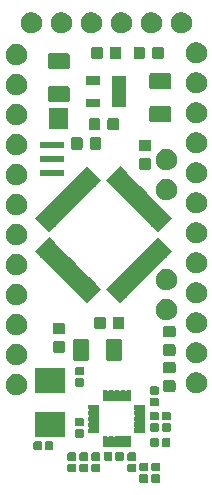
<source format=gbr>
G04 #@! TF.GenerationSoftware,KiCad,Pcbnew,5.1.5+dfsg1-2~bpo9+1*
G04 #@! TF.CreationDate,2020-04-12T14:16:49+02:00*
G04 #@! TF.ProjectId,RF-Arduino-Pro-Mini,52462d41-7264-4756-996e-6f2d50726f2d,rev?*
G04 #@! TF.SameCoordinates,Original*
G04 #@! TF.FileFunction,Soldermask,Top*
G04 #@! TF.FilePolarity,Negative*
%FSLAX46Y46*%
G04 Gerber Fmt 4.6, Leading zero omitted, Abs format (unit mm)*
G04 Created by KiCad (PCBNEW 5.1.5+dfsg1-2~bpo9+1) date 2020-04-12 14:16:49*
%MOMM*%
%LPD*%
G04 APERTURE LIST*
%ADD10C,0.100000*%
G04 APERTURE END LIST*
D10*
G36*
X127662938Y-124601716D02*
G01*
X127683557Y-124607971D01*
X127702553Y-124618124D01*
X127719208Y-124631792D01*
X127732876Y-124648447D01*
X127743029Y-124667443D01*
X127749284Y-124688062D01*
X127752000Y-124715640D01*
X127752000Y-125174360D01*
X127749284Y-125201938D01*
X127743029Y-125222557D01*
X127732876Y-125241553D01*
X127719208Y-125258208D01*
X127702553Y-125271876D01*
X127683557Y-125282029D01*
X127662938Y-125288284D01*
X127635360Y-125291000D01*
X127126640Y-125291000D01*
X127099062Y-125288284D01*
X127078443Y-125282029D01*
X127059447Y-125271876D01*
X127042792Y-125258208D01*
X127029124Y-125241553D01*
X127018971Y-125222557D01*
X127012716Y-125201938D01*
X127010000Y-125174360D01*
X127010000Y-124715640D01*
X127012716Y-124688062D01*
X127018971Y-124667443D01*
X127029124Y-124648447D01*
X127042792Y-124631792D01*
X127059447Y-124618124D01*
X127078443Y-124607971D01*
X127099062Y-124601716D01*
X127126640Y-124599000D01*
X127635360Y-124599000D01*
X127662938Y-124601716D01*
G37*
G36*
X126646938Y-124601716D02*
G01*
X126667557Y-124607971D01*
X126686553Y-124618124D01*
X126703208Y-124631792D01*
X126716876Y-124648447D01*
X126727029Y-124667443D01*
X126733284Y-124688062D01*
X126736000Y-124715640D01*
X126736000Y-125174360D01*
X126733284Y-125201938D01*
X126727029Y-125222557D01*
X126716876Y-125241553D01*
X126703208Y-125258208D01*
X126686553Y-125271876D01*
X126667557Y-125282029D01*
X126646938Y-125288284D01*
X126619360Y-125291000D01*
X126110640Y-125291000D01*
X126083062Y-125288284D01*
X126062443Y-125282029D01*
X126043447Y-125271876D01*
X126026792Y-125258208D01*
X126013124Y-125241553D01*
X126002971Y-125222557D01*
X125996716Y-125201938D01*
X125994000Y-125174360D01*
X125994000Y-124715640D01*
X125996716Y-124688062D01*
X126002971Y-124667443D01*
X126013124Y-124648447D01*
X126026792Y-124631792D01*
X126043447Y-124618124D01*
X126062443Y-124607971D01*
X126083062Y-124601716D01*
X126110640Y-124599000D01*
X126619360Y-124599000D01*
X126646938Y-124601716D01*
G37*
G36*
X122582938Y-123712716D02*
G01*
X122603557Y-123718971D01*
X122622553Y-123729124D01*
X122639208Y-123742792D01*
X122652876Y-123759447D01*
X122663029Y-123778443D01*
X122669284Y-123799062D01*
X122672000Y-123826640D01*
X122672000Y-124285360D01*
X122669284Y-124312938D01*
X122663029Y-124333557D01*
X122652876Y-124352553D01*
X122639208Y-124369208D01*
X122622553Y-124382876D01*
X122603557Y-124393029D01*
X122582938Y-124399284D01*
X122555360Y-124402000D01*
X122046640Y-124402000D01*
X122019062Y-124399284D01*
X121998443Y-124393029D01*
X121979447Y-124382876D01*
X121962792Y-124369208D01*
X121949124Y-124352553D01*
X121938971Y-124333557D01*
X121932716Y-124312938D01*
X121930000Y-124285360D01*
X121930000Y-123826640D01*
X121932716Y-123799062D01*
X121938971Y-123778443D01*
X121949124Y-123759447D01*
X121962792Y-123742792D01*
X121979447Y-123729124D01*
X121998443Y-123718971D01*
X122019062Y-123712716D01*
X122046640Y-123710000D01*
X122555360Y-123710000D01*
X122582938Y-123712716D01*
G37*
G36*
X121566938Y-123712716D02*
G01*
X121587557Y-123718971D01*
X121606553Y-123729124D01*
X121623208Y-123742792D01*
X121636876Y-123759447D01*
X121647029Y-123778443D01*
X121653284Y-123799062D01*
X121656000Y-123826640D01*
X121656000Y-124285360D01*
X121653284Y-124312938D01*
X121647029Y-124333557D01*
X121636876Y-124352553D01*
X121623208Y-124369208D01*
X121606553Y-124382876D01*
X121587557Y-124393029D01*
X121566938Y-124399284D01*
X121539360Y-124402000D01*
X121030640Y-124402000D01*
X121003062Y-124399284D01*
X120982443Y-124393029D01*
X120963447Y-124382876D01*
X120946792Y-124369208D01*
X120933124Y-124352553D01*
X120922971Y-124333557D01*
X120916716Y-124312938D01*
X120914000Y-124285360D01*
X120914000Y-123826640D01*
X120916716Y-123799062D01*
X120922971Y-123778443D01*
X120933124Y-123759447D01*
X120946792Y-123742792D01*
X120963447Y-123729124D01*
X120982443Y-123718971D01*
X121003062Y-123712716D01*
X121030640Y-123710000D01*
X121539360Y-123710000D01*
X121566938Y-123712716D01*
G37*
G36*
X120550938Y-123712716D02*
G01*
X120571557Y-123718971D01*
X120590553Y-123729124D01*
X120607208Y-123742792D01*
X120620876Y-123759447D01*
X120631029Y-123778443D01*
X120637284Y-123799062D01*
X120640000Y-123826640D01*
X120640000Y-124285360D01*
X120637284Y-124312938D01*
X120631029Y-124333557D01*
X120620876Y-124352553D01*
X120607208Y-124369208D01*
X120590553Y-124382876D01*
X120571557Y-124393029D01*
X120550938Y-124399284D01*
X120523360Y-124402000D01*
X120014640Y-124402000D01*
X119987062Y-124399284D01*
X119966443Y-124393029D01*
X119947447Y-124382876D01*
X119930792Y-124369208D01*
X119917124Y-124352553D01*
X119906971Y-124333557D01*
X119900716Y-124312938D01*
X119898000Y-124285360D01*
X119898000Y-123826640D01*
X119900716Y-123799062D01*
X119906971Y-123778443D01*
X119917124Y-123759447D01*
X119930792Y-123742792D01*
X119947447Y-123729124D01*
X119966443Y-123718971D01*
X119987062Y-123712716D01*
X120014640Y-123710000D01*
X120523360Y-123710000D01*
X120550938Y-123712716D01*
G37*
G36*
X125630938Y-123712716D02*
G01*
X125651557Y-123718971D01*
X125670553Y-123729124D01*
X125687208Y-123742792D01*
X125700876Y-123759447D01*
X125711029Y-123778443D01*
X125717284Y-123799062D01*
X125720000Y-123826640D01*
X125720000Y-124285360D01*
X125717284Y-124312938D01*
X125711029Y-124333557D01*
X125700876Y-124352553D01*
X125687208Y-124369208D01*
X125670553Y-124382876D01*
X125651557Y-124393029D01*
X125630938Y-124399284D01*
X125603360Y-124402000D01*
X125094640Y-124402000D01*
X125067062Y-124399284D01*
X125046443Y-124393029D01*
X125027447Y-124382876D01*
X125010792Y-124369208D01*
X124997124Y-124352553D01*
X124986971Y-124333557D01*
X124980716Y-124312938D01*
X124978000Y-124285360D01*
X124978000Y-123826640D01*
X124980716Y-123799062D01*
X124986971Y-123778443D01*
X124997124Y-123759447D01*
X125010792Y-123742792D01*
X125027447Y-123729124D01*
X125046443Y-123718971D01*
X125067062Y-123712716D01*
X125094640Y-123710000D01*
X125603360Y-123710000D01*
X125630938Y-123712716D01*
G37*
G36*
X126646938Y-123631716D02*
G01*
X126667557Y-123637971D01*
X126686553Y-123648124D01*
X126703208Y-123661792D01*
X126716876Y-123678447D01*
X126727029Y-123697443D01*
X126733284Y-123718062D01*
X126736000Y-123745640D01*
X126736000Y-124204360D01*
X126733284Y-124231938D01*
X126727029Y-124252557D01*
X126716876Y-124271553D01*
X126703208Y-124288208D01*
X126686553Y-124301876D01*
X126667557Y-124312029D01*
X126646938Y-124318284D01*
X126619360Y-124321000D01*
X126110640Y-124321000D01*
X126083062Y-124318284D01*
X126062443Y-124312029D01*
X126043447Y-124301876D01*
X126026792Y-124288208D01*
X126013124Y-124271553D01*
X126002971Y-124252557D01*
X125996716Y-124231938D01*
X125994000Y-124204360D01*
X125994000Y-123745640D01*
X125996716Y-123718062D01*
X126002971Y-123697443D01*
X126013124Y-123678447D01*
X126026792Y-123661792D01*
X126043447Y-123648124D01*
X126062443Y-123637971D01*
X126083062Y-123631716D01*
X126110640Y-123629000D01*
X126619360Y-123629000D01*
X126646938Y-123631716D01*
G37*
G36*
X127662938Y-123631716D02*
G01*
X127683557Y-123637971D01*
X127702553Y-123648124D01*
X127719208Y-123661792D01*
X127732876Y-123678447D01*
X127743029Y-123697443D01*
X127749284Y-123718062D01*
X127752000Y-123745640D01*
X127752000Y-124204360D01*
X127749284Y-124231938D01*
X127743029Y-124252557D01*
X127732876Y-124271553D01*
X127719208Y-124288208D01*
X127702553Y-124301876D01*
X127683557Y-124312029D01*
X127662938Y-124318284D01*
X127635360Y-124321000D01*
X127126640Y-124321000D01*
X127099062Y-124318284D01*
X127078443Y-124312029D01*
X127059447Y-124301876D01*
X127042792Y-124288208D01*
X127029124Y-124271553D01*
X127018971Y-124252557D01*
X127012716Y-124231938D01*
X127010000Y-124204360D01*
X127010000Y-123745640D01*
X127012716Y-123718062D01*
X127018971Y-123697443D01*
X127029124Y-123678447D01*
X127042792Y-123661792D01*
X127059447Y-123648124D01*
X127078443Y-123637971D01*
X127099062Y-123631716D01*
X127126640Y-123629000D01*
X127635360Y-123629000D01*
X127662938Y-123631716D01*
G37*
G36*
X124566938Y-122694716D02*
G01*
X124587557Y-122700971D01*
X124606553Y-122711124D01*
X124623208Y-122724792D01*
X124636876Y-122741447D01*
X124647029Y-122760443D01*
X124653284Y-122781062D01*
X124656000Y-122808640D01*
X124656000Y-123317360D01*
X124653284Y-123344938D01*
X124647029Y-123365557D01*
X124636876Y-123384553D01*
X124623208Y-123401208D01*
X124606553Y-123414876D01*
X124587557Y-123425029D01*
X124566938Y-123431284D01*
X124539360Y-123434000D01*
X124080640Y-123434000D01*
X124053062Y-123431284D01*
X124032443Y-123425029D01*
X124013447Y-123414876D01*
X123996792Y-123401208D01*
X123983124Y-123384553D01*
X123972971Y-123365557D01*
X123966716Y-123344938D01*
X123964000Y-123317360D01*
X123964000Y-122808640D01*
X123966716Y-122781062D01*
X123972971Y-122760443D01*
X123983124Y-122741447D01*
X123996792Y-122724792D01*
X124013447Y-122711124D01*
X124032443Y-122700971D01*
X124053062Y-122694716D01*
X124080640Y-122692000D01*
X124539360Y-122692000D01*
X124566938Y-122694716D01*
G37*
G36*
X123596938Y-122694716D02*
G01*
X123617557Y-122700971D01*
X123636553Y-122711124D01*
X123653208Y-122724792D01*
X123666876Y-122741447D01*
X123677029Y-122760443D01*
X123683284Y-122781062D01*
X123686000Y-122808640D01*
X123686000Y-123317360D01*
X123683284Y-123344938D01*
X123677029Y-123365557D01*
X123666876Y-123384553D01*
X123653208Y-123401208D01*
X123636553Y-123414876D01*
X123617557Y-123425029D01*
X123596938Y-123431284D01*
X123569360Y-123434000D01*
X123110640Y-123434000D01*
X123083062Y-123431284D01*
X123062443Y-123425029D01*
X123043447Y-123414876D01*
X123026792Y-123401208D01*
X123013124Y-123384553D01*
X123002971Y-123365557D01*
X122996716Y-123344938D01*
X122994000Y-123317360D01*
X122994000Y-122808640D01*
X122996716Y-122781062D01*
X123002971Y-122760443D01*
X123013124Y-122741447D01*
X123026792Y-122724792D01*
X123043447Y-122711124D01*
X123062443Y-122700971D01*
X123083062Y-122694716D01*
X123110640Y-122692000D01*
X123569360Y-122692000D01*
X123596938Y-122694716D01*
G37*
G36*
X122582938Y-122742716D02*
G01*
X122603557Y-122748971D01*
X122622553Y-122759124D01*
X122639208Y-122772792D01*
X122652876Y-122789447D01*
X122663029Y-122808443D01*
X122669284Y-122829062D01*
X122672000Y-122856640D01*
X122672000Y-123315360D01*
X122669284Y-123342938D01*
X122663029Y-123363557D01*
X122652876Y-123382553D01*
X122639208Y-123399208D01*
X122622553Y-123412876D01*
X122603557Y-123423029D01*
X122582938Y-123429284D01*
X122555360Y-123432000D01*
X122046640Y-123432000D01*
X122019062Y-123429284D01*
X121998443Y-123423029D01*
X121979447Y-123412876D01*
X121962792Y-123399208D01*
X121949124Y-123382553D01*
X121938971Y-123363557D01*
X121932716Y-123342938D01*
X121930000Y-123315360D01*
X121930000Y-122856640D01*
X121932716Y-122829062D01*
X121938971Y-122808443D01*
X121949124Y-122789447D01*
X121962792Y-122772792D01*
X121979447Y-122759124D01*
X121998443Y-122748971D01*
X122019062Y-122742716D01*
X122046640Y-122740000D01*
X122555360Y-122740000D01*
X122582938Y-122742716D01*
G37*
G36*
X125630938Y-122742716D02*
G01*
X125651557Y-122748971D01*
X125670553Y-122759124D01*
X125687208Y-122772792D01*
X125700876Y-122789447D01*
X125711029Y-122808443D01*
X125717284Y-122829062D01*
X125720000Y-122856640D01*
X125720000Y-123315360D01*
X125717284Y-123342938D01*
X125711029Y-123363557D01*
X125700876Y-123382553D01*
X125687208Y-123399208D01*
X125670553Y-123412876D01*
X125651557Y-123423029D01*
X125630938Y-123429284D01*
X125603360Y-123432000D01*
X125094640Y-123432000D01*
X125067062Y-123429284D01*
X125046443Y-123423029D01*
X125027447Y-123412876D01*
X125010792Y-123399208D01*
X124997124Y-123382553D01*
X124986971Y-123363557D01*
X124980716Y-123342938D01*
X124978000Y-123315360D01*
X124978000Y-122856640D01*
X124980716Y-122829062D01*
X124986971Y-122808443D01*
X124997124Y-122789447D01*
X125010792Y-122772792D01*
X125027447Y-122759124D01*
X125046443Y-122748971D01*
X125067062Y-122742716D01*
X125094640Y-122740000D01*
X125603360Y-122740000D01*
X125630938Y-122742716D01*
G37*
G36*
X120550938Y-122742716D02*
G01*
X120571557Y-122748971D01*
X120590553Y-122759124D01*
X120607208Y-122772792D01*
X120620876Y-122789447D01*
X120631029Y-122808443D01*
X120637284Y-122829062D01*
X120640000Y-122856640D01*
X120640000Y-123315360D01*
X120637284Y-123342938D01*
X120631029Y-123363557D01*
X120620876Y-123382553D01*
X120607208Y-123399208D01*
X120590553Y-123412876D01*
X120571557Y-123423029D01*
X120550938Y-123429284D01*
X120523360Y-123432000D01*
X120014640Y-123432000D01*
X119987062Y-123429284D01*
X119966443Y-123423029D01*
X119947447Y-123412876D01*
X119930792Y-123399208D01*
X119917124Y-123382553D01*
X119906971Y-123363557D01*
X119900716Y-123342938D01*
X119898000Y-123315360D01*
X119898000Y-122856640D01*
X119900716Y-122829062D01*
X119906971Y-122808443D01*
X119917124Y-122789447D01*
X119930792Y-122772792D01*
X119947447Y-122759124D01*
X119966443Y-122748971D01*
X119987062Y-122742716D01*
X120014640Y-122740000D01*
X120523360Y-122740000D01*
X120550938Y-122742716D01*
G37*
G36*
X121566938Y-122742716D02*
G01*
X121587557Y-122748971D01*
X121606553Y-122759124D01*
X121623208Y-122772792D01*
X121636876Y-122789447D01*
X121647029Y-122808443D01*
X121653284Y-122829062D01*
X121656000Y-122856640D01*
X121656000Y-123315360D01*
X121653284Y-123342938D01*
X121647029Y-123363557D01*
X121636876Y-123382553D01*
X121623208Y-123399208D01*
X121606553Y-123412876D01*
X121587557Y-123423029D01*
X121566938Y-123429284D01*
X121539360Y-123432000D01*
X121030640Y-123432000D01*
X121003062Y-123429284D01*
X120982443Y-123423029D01*
X120963447Y-123412876D01*
X120946792Y-123399208D01*
X120933124Y-123382553D01*
X120922971Y-123363557D01*
X120916716Y-123342938D01*
X120914000Y-123315360D01*
X120914000Y-122856640D01*
X120916716Y-122829062D01*
X120922971Y-122808443D01*
X120933124Y-122789447D01*
X120946792Y-122772792D01*
X120963447Y-122759124D01*
X120982443Y-122748971D01*
X121003062Y-122742716D01*
X121030640Y-122740000D01*
X121539360Y-122740000D01*
X121566938Y-122742716D01*
G37*
G36*
X117627938Y-121805716D02*
G01*
X117648557Y-121811971D01*
X117667553Y-121822124D01*
X117684208Y-121835792D01*
X117697876Y-121852447D01*
X117708029Y-121871443D01*
X117714284Y-121892062D01*
X117717000Y-121919640D01*
X117717000Y-122428360D01*
X117714284Y-122455938D01*
X117708029Y-122476557D01*
X117697876Y-122495553D01*
X117684208Y-122512208D01*
X117667553Y-122525876D01*
X117648557Y-122536029D01*
X117627938Y-122542284D01*
X117600360Y-122545000D01*
X117141640Y-122545000D01*
X117114062Y-122542284D01*
X117093443Y-122536029D01*
X117074447Y-122525876D01*
X117057792Y-122512208D01*
X117044124Y-122495553D01*
X117033971Y-122476557D01*
X117027716Y-122455938D01*
X117025000Y-122428360D01*
X117025000Y-121919640D01*
X117027716Y-121892062D01*
X117033971Y-121871443D01*
X117044124Y-121852447D01*
X117057792Y-121835792D01*
X117074447Y-121822124D01*
X117093443Y-121811971D01*
X117114062Y-121805716D01*
X117141640Y-121803000D01*
X117600360Y-121803000D01*
X117627938Y-121805716D01*
G37*
G36*
X118597938Y-121805716D02*
G01*
X118618557Y-121811971D01*
X118637553Y-121822124D01*
X118654208Y-121835792D01*
X118667876Y-121852447D01*
X118678029Y-121871443D01*
X118684284Y-121892062D01*
X118687000Y-121919640D01*
X118687000Y-122428360D01*
X118684284Y-122455938D01*
X118678029Y-122476557D01*
X118667876Y-122495553D01*
X118654208Y-122512208D01*
X118637553Y-122525876D01*
X118618557Y-122536029D01*
X118597938Y-122542284D01*
X118570360Y-122545000D01*
X118111640Y-122545000D01*
X118084062Y-122542284D01*
X118063443Y-122536029D01*
X118044447Y-122525876D01*
X118027792Y-122512208D01*
X118014124Y-122495553D01*
X118003971Y-122476557D01*
X117997716Y-122455938D01*
X117995000Y-122428360D01*
X117995000Y-121919640D01*
X117997716Y-121892062D01*
X118003971Y-121871443D01*
X118014124Y-121852447D01*
X118027792Y-121835792D01*
X118044447Y-121822124D01*
X118063443Y-121811971D01*
X118084062Y-121805716D01*
X118111640Y-121803000D01*
X118570360Y-121803000D01*
X118597938Y-121805716D01*
G37*
G36*
X123234355Y-121363083D02*
G01*
X123239029Y-121364501D01*
X123243330Y-121366800D01*
X123249702Y-121372029D01*
X123270076Y-121385643D01*
X123292715Y-121395020D01*
X123316749Y-121399800D01*
X123341253Y-121399800D01*
X123365286Y-121395019D01*
X123387925Y-121385642D01*
X123408298Y-121372029D01*
X123414670Y-121366800D01*
X123418971Y-121364501D01*
X123423645Y-121363083D01*
X123434641Y-121362000D01*
X123723359Y-121362000D01*
X123734355Y-121363083D01*
X123739029Y-121364501D01*
X123743330Y-121366800D01*
X123749702Y-121372029D01*
X123770076Y-121385643D01*
X123792715Y-121395020D01*
X123816749Y-121399800D01*
X123841253Y-121399800D01*
X123865286Y-121395019D01*
X123887925Y-121385642D01*
X123908298Y-121372029D01*
X123914670Y-121366800D01*
X123918971Y-121364501D01*
X123923645Y-121363083D01*
X123934641Y-121362000D01*
X124223359Y-121362000D01*
X124234355Y-121363083D01*
X124239029Y-121364501D01*
X124243330Y-121366800D01*
X124249702Y-121372029D01*
X124270076Y-121385643D01*
X124292715Y-121395020D01*
X124316749Y-121399800D01*
X124341253Y-121399800D01*
X124365286Y-121395019D01*
X124387925Y-121385642D01*
X124408298Y-121372029D01*
X124414670Y-121366800D01*
X124418971Y-121364501D01*
X124423645Y-121363083D01*
X124434641Y-121362000D01*
X124723359Y-121362000D01*
X124734355Y-121363083D01*
X124739029Y-121364501D01*
X124743330Y-121366800D01*
X124749702Y-121372029D01*
X124770076Y-121385643D01*
X124792715Y-121395020D01*
X124816749Y-121399800D01*
X124841253Y-121399800D01*
X124865286Y-121395019D01*
X124887925Y-121385642D01*
X124908298Y-121372029D01*
X124914670Y-121366800D01*
X124918971Y-121364501D01*
X124923645Y-121363083D01*
X124934641Y-121362000D01*
X125223359Y-121362000D01*
X125234355Y-121363083D01*
X125239029Y-121364501D01*
X125243331Y-121366800D01*
X125247104Y-121369896D01*
X125250200Y-121373669D01*
X125252499Y-121377971D01*
X125253917Y-121382645D01*
X125255000Y-121393641D01*
X125255000Y-122257359D01*
X125253917Y-122268355D01*
X125252499Y-122273029D01*
X125250200Y-122277331D01*
X125247104Y-122281104D01*
X125243331Y-122284200D01*
X125239029Y-122286499D01*
X125234355Y-122287917D01*
X125223359Y-122289000D01*
X124934641Y-122289000D01*
X124923645Y-122287917D01*
X124918971Y-122286499D01*
X124914670Y-122284200D01*
X124908298Y-122278971D01*
X124887924Y-122265357D01*
X124865285Y-122255980D01*
X124841251Y-122251200D01*
X124816747Y-122251200D01*
X124792714Y-122255981D01*
X124770075Y-122265358D01*
X124749702Y-122278971D01*
X124743330Y-122284200D01*
X124739029Y-122286499D01*
X124734355Y-122287917D01*
X124723359Y-122289000D01*
X124434641Y-122289000D01*
X124423645Y-122287917D01*
X124418971Y-122286499D01*
X124414670Y-122284200D01*
X124408298Y-122278971D01*
X124387924Y-122265357D01*
X124365285Y-122255980D01*
X124341251Y-122251200D01*
X124316747Y-122251200D01*
X124292714Y-122255981D01*
X124270075Y-122265358D01*
X124249702Y-122278971D01*
X124243330Y-122284200D01*
X124239029Y-122286499D01*
X124234355Y-122287917D01*
X124223359Y-122289000D01*
X123934641Y-122289000D01*
X123923645Y-122287917D01*
X123918971Y-122286499D01*
X123914670Y-122284200D01*
X123908298Y-122278971D01*
X123887924Y-122265357D01*
X123865285Y-122255980D01*
X123841251Y-122251200D01*
X123816747Y-122251200D01*
X123792714Y-122255981D01*
X123770075Y-122265358D01*
X123749702Y-122278971D01*
X123743330Y-122284200D01*
X123739029Y-122286499D01*
X123734355Y-122287917D01*
X123723359Y-122289000D01*
X123434641Y-122289000D01*
X123423645Y-122287917D01*
X123418971Y-122286499D01*
X123414670Y-122284200D01*
X123408298Y-122278971D01*
X123387924Y-122265357D01*
X123365285Y-122255980D01*
X123341251Y-122251200D01*
X123316747Y-122251200D01*
X123292714Y-122255981D01*
X123270075Y-122265358D01*
X123249702Y-122278971D01*
X123243330Y-122284200D01*
X123239029Y-122286499D01*
X123234355Y-122287917D01*
X123223359Y-122289000D01*
X122934641Y-122289000D01*
X122923645Y-122287917D01*
X122918971Y-122286499D01*
X122914669Y-122284200D01*
X122910896Y-122281104D01*
X122907800Y-122277331D01*
X122905501Y-122273029D01*
X122904083Y-122268355D01*
X122903000Y-122257359D01*
X122903000Y-121393641D01*
X122904083Y-121382645D01*
X122905501Y-121377971D01*
X122907800Y-121373669D01*
X122910896Y-121369896D01*
X122914669Y-121366800D01*
X122918971Y-121364501D01*
X122923645Y-121363083D01*
X122934641Y-121362000D01*
X123223359Y-121362000D01*
X123234355Y-121363083D01*
G37*
G36*
X127533938Y-121526316D02*
G01*
X127554557Y-121532571D01*
X127573553Y-121542724D01*
X127590208Y-121556392D01*
X127603876Y-121573047D01*
X127614029Y-121592043D01*
X127620284Y-121612662D01*
X127623000Y-121640240D01*
X127623000Y-122148960D01*
X127620284Y-122176538D01*
X127614029Y-122197157D01*
X127603876Y-122216153D01*
X127590208Y-122232808D01*
X127573553Y-122246476D01*
X127554557Y-122256629D01*
X127533938Y-122262884D01*
X127506360Y-122265600D01*
X127047640Y-122265600D01*
X127020062Y-122262884D01*
X126999443Y-122256629D01*
X126980447Y-122246476D01*
X126963792Y-122232808D01*
X126950124Y-122216153D01*
X126939971Y-122197157D01*
X126933716Y-122176538D01*
X126931000Y-122148960D01*
X126931000Y-121640240D01*
X126933716Y-121612662D01*
X126939971Y-121592043D01*
X126950124Y-121573047D01*
X126963792Y-121556392D01*
X126980447Y-121542724D01*
X126999443Y-121532571D01*
X127020062Y-121526316D01*
X127047640Y-121523600D01*
X127506360Y-121523600D01*
X127533938Y-121526316D01*
G37*
G36*
X128503938Y-121526316D02*
G01*
X128524557Y-121532571D01*
X128543553Y-121542724D01*
X128560208Y-121556392D01*
X128573876Y-121573047D01*
X128584029Y-121592043D01*
X128590284Y-121612662D01*
X128593000Y-121640240D01*
X128593000Y-122148960D01*
X128590284Y-122176538D01*
X128584029Y-122197157D01*
X128573876Y-122216153D01*
X128560208Y-122232808D01*
X128543553Y-122246476D01*
X128524557Y-122256629D01*
X128503938Y-122262884D01*
X128476360Y-122265600D01*
X128017640Y-122265600D01*
X127990062Y-122262884D01*
X127969443Y-122256629D01*
X127950447Y-122246476D01*
X127933792Y-122232808D01*
X127920124Y-122216153D01*
X127909971Y-122197157D01*
X127903716Y-122176538D01*
X127901000Y-122148960D01*
X127901000Y-121640240D01*
X127903716Y-121612662D01*
X127909971Y-121592043D01*
X127920124Y-121573047D01*
X127933792Y-121556392D01*
X127950447Y-121542724D01*
X127969443Y-121532571D01*
X127990062Y-121526316D01*
X128017640Y-121523600D01*
X128476360Y-121523600D01*
X128503938Y-121526316D01*
G37*
G36*
X121185938Y-120791716D02*
G01*
X121206557Y-120797971D01*
X121225553Y-120808124D01*
X121242208Y-120821792D01*
X121255876Y-120838447D01*
X121266029Y-120857443D01*
X121272284Y-120878062D01*
X121275000Y-120905640D01*
X121275000Y-121364360D01*
X121272284Y-121391938D01*
X121266029Y-121412557D01*
X121255876Y-121431553D01*
X121242208Y-121448208D01*
X121225553Y-121461876D01*
X121206557Y-121472029D01*
X121185938Y-121478284D01*
X121158360Y-121481000D01*
X120649640Y-121481000D01*
X120622062Y-121478284D01*
X120601443Y-121472029D01*
X120582447Y-121461876D01*
X120565792Y-121448208D01*
X120552124Y-121431553D01*
X120541971Y-121412557D01*
X120535716Y-121391938D01*
X120533000Y-121364360D01*
X120533000Y-120905640D01*
X120535716Y-120878062D01*
X120541971Y-120857443D01*
X120552124Y-120838447D01*
X120565792Y-120821792D01*
X120582447Y-120808124D01*
X120601443Y-120797971D01*
X120622062Y-120791716D01*
X120649640Y-120789000D01*
X121158360Y-120789000D01*
X121185938Y-120791716D01*
G37*
G36*
X119665800Y-121392000D02*
G01*
X117163800Y-121392000D01*
X117163800Y-119290000D01*
X119665800Y-119290000D01*
X119665800Y-121392000D01*
G37*
G36*
X126459355Y-118713083D02*
G01*
X126464029Y-118714501D01*
X126468331Y-118716800D01*
X126472104Y-118719896D01*
X126475200Y-118723669D01*
X126477499Y-118727971D01*
X126478917Y-118732645D01*
X126480000Y-118743641D01*
X126480000Y-119032359D01*
X126478917Y-119043355D01*
X126477499Y-119048029D01*
X126475200Y-119052330D01*
X126469971Y-119058702D01*
X126456357Y-119079076D01*
X126446980Y-119101715D01*
X126442200Y-119125749D01*
X126442200Y-119150253D01*
X126446981Y-119174286D01*
X126456358Y-119196925D01*
X126469971Y-119217298D01*
X126475200Y-119223670D01*
X126477499Y-119227971D01*
X126478917Y-119232645D01*
X126480000Y-119243641D01*
X126480000Y-119532359D01*
X126478917Y-119543355D01*
X126477499Y-119548029D01*
X126475200Y-119552330D01*
X126469971Y-119558702D01*
X126456357Y-119579076D01*
X126446980Y-119601715D01*
X126442200Y-119625749D01*
X126442200Y-119650253D01*
X126446981Y-119674286D01*
X126456358Y-119696925D01*
X126469971Y-119717298D01*
X126475200Y-119723670D01*
X126477499Y-119727971D01*
X126478917Y-119732645D01*
X126480000Y-119743641D01*
X126480000Y-120032359D01*
X126478917Y-120043355D01*
X126477499Y-120048029D01*
X126475200Y-120052330D01*
X126469971Y-120058702D01*
X126456357Y-120079076D01*
X126446980Y-120101715D01*
X126442200Y-120125749D01*
X126442200Y-120150253D01*
X126446981Y-120174286D01*
X126456358Y-120196925D01*
X126469971Y-120217298D01*
X126475200Y-120223670D01*
X126477499Y-120227971D01*
X126478917Y-120232645D01*
X126480000Y-120243641D01*
X126480000Y-120532359D01*
X126478917Y-120543355D01*
X126477499Y-120548029D01*
X126475200Y-120552330D01*
X126469971Y-120558702D01*
X126456357Y-120579076D01*
X126446980Y-120601715D01*
X126442200Y-120625749D01*
X126442200Y-120650253D01*
X126446981Y-120674286D01*
X126456358Y-120696925D01*
X126469971Y-120717298D01*
X126475200Y-120723670D01*
X126477499Y-120727971D01*
X126478917Y-120732645D01*
X126480000Y-120743641D01*
X126480000Y-121032359D01*
X126478917Y-121043355D01*
X126477499Y-121048029D01*
X126475200Y-121052331D01*
X126472104Y-121056104D01*
X126468331Y-121059200D01*
X126464029Y-121061499D01*
X126459355Y-121062917D01*
X126448359Y-121064000D01*
X125584641Y-121064000D01*
X125573645Y-121062917D01*
X125568971Y-121061499D01*
X125564669Y-121059200D01*
X125560896Y-121056104D01*
X125557800Y-121052331D01*
X125555501Y-121048029D01*
X125554083Y-121043355D01*
X125553000Y-121032359D01*
X125553000Y-120743641D01*
X125554083Y-120732645D01*
X125555501Y-120727971D01*
X125557800Y-120723670D01*
X125563029Y-120717298D01*
X125576643Y-120696924D01*
X125586020Y-120674285D01*
X125590800Y-120650251D01*
X125590800Y-120625747D01*
X125586019Y-120601714D01*
X125576642Y-120579075D01*
X125563029Y-120558702D01*
X125557800Y-120552330D01*
X125555501Y-120548029D01*
X125554083Y-120543355D01*
X125553000Y-120532359D01*
X125553000Y-120243641D01*
X125554083Y-120232645D01*
X125555501Y-120227971D01*
X125557800Y-120223670D01*
X125563029Y-120217298D01*
X125576643Y-120196924D01*
X125586020Y-120174285D01*
X125590800Y-120150251D01*
X125590800Y-120125747D01*
X125586019Y-120101714D01*
X125576642Y-120079075D01*
X125563029Y-120058702D01*
X125557800Y-120052330D01*
X125555501Y-120048029D01*
X125554083Y-120043355D01*
X125553000Y-120032359D01*
X125553000Y-119743641D01*
X125554083Y-119732645D01*
X125555501Y-119727971D01*
X125557800Y-119723670D01*
X125563029Y-119717298D01*
X125576643Y-119696924D01*
X125586020Y-119674285D01*
X125590800Y-119650251D01*
X125590800Y-119625747D01*
X125586019Y-119601714D01*
X125576642Y-119579075D01*
X125563029Y-119558702D01*
X125557800Y-119552330D01*
X125555501Y-119548029D01*
X125554083Y-119543355D01*
X125553000Y-119532359D01*
X125553000Y-119243641D01*
X125554083Y-119232645D01*
X125555501Y-119227971D01*
X125557800Y-119223670D01*
X125563029Y-119217298D01*
X125576643Y-119196924D01*
X125586020Y-119174285D01*
X125590800Y-119150251D01*
X125590800Y-119125747D01*
X125586019Y-119101714D01*
X125576642Y-119079075D01*
X125563029Y-119058702D01*
X125557800Y-119052330D01*
X125555501Y-119048029D01*
X125554083Y-119043355D01*
X125553000Y-119032359D01*
X125553000Y-118743641D01*
X125554083Y-118732645D01*
X125555501Y-118727971D01*
X125557800Y-118723669D01*
X125560896Y-118719896D01*
X125564669Y-118716800D01*
X125568971Y-118714501D01*
X125573645Y-118713083D01*
X125584641Y-118712000D01*
X126448359Y-118712000D01*
X126459355Y-118713083D01*
G37*
G36*
X122584355Y-118713083D02*
G01*
X122589029Y-118714501D01*
X122593331Y-118716800D01*
X122597104Y-118719896D01*
X122600200Y-118723669D01*
X122602499Y-118727971D01*
X122603917Y-118732645D01*
X122605000Y-118743641D01*
X122605000Y-119032359D01*
X122603917Y-119043355D01*
X122602499Y-119048029D01*
X122600200Y-119052330D01*
X122594971Y-119058702D01*
X122581357Y-119079076D01*
X122571980Y-119101715D01*
X122567200Y-119125749D01*
X122567200Y-119150253D01*
X122571981Y-119174286D01*
X122581358Y-119196925D01*
X122594971Y-119217298D01*
X122600200Y-119223670D01*
X122602499Y-119227971D01*
X122603917Y-119232645D01*
X122605000Y-119243641D01*
X122605000Y-119532359D01*
X122603917Y-119543355D01*
X122602499Y-119548029D01*
X122600200Y-119552330D01*
X122594971Y-119558702D01*
X122581357Y-119579076D01*
X122571980Y-119601715D01*
X122567200Y-119625749D01*
X122567200Y-119650253D01*
X122571981Y-119674286D01*
X122581358Y-119696925D01*
X122594971Y-119717298D01*
X122600200Y-119723670D01*
X122602499Y-119727971D01*
X122603917Y-119732645D01*
X122605000Y-119743641D01*
X122605000Y-120032359D01*
X122603917Y-120043355D01*
X122602499Y-120048029D01*
X122600200Y-120052330D01*
X122594971Y-120058702D01*
X122581357Y-120079076D01*
X122571980Y-120101715D01*
X122567200Y-120125749D01*
X122567200Y-120150253D01*
X122571981Y-120174286D01*
X122581358Y-120196925D01*
X122594971Y-120217298D01*
X122600200Y-120223670D01*
X122602499Y-120227971D01*
X122603917Y-120232645D01*
X122605000Y-120243641D01*
X122605000Y-120532359D01*
X122603917Y-120543355D01*
X122602499Y-120548029D01*
X122600200Y-120552330D01*
X122594971Y-120558702D01*
X122581357Y-120579076D01*
X122571980Y-120601715D01*
X122567200Y-120625749D01*
X122567200Y-120650253D01*
X122571981Y-120674286D01*
X122581358Y-120696925D01*
X122594971Y-120717298D01*
X122600200Y-120723670D01*
X122602499Y-120727971D01*
X122603917Y-120732645D01*
X122605000Y-120743641D01*
X122605000Y-121032359D01*
X122603917Y-121043355D01*
X122602499Y-121048029D01*
X122600200Y-121052331D01*
X122597104Y-121056104D01*
X122593331Y-121059200D01*
X122589029Y-121061499D01*
X122584355Y-121062917D01*
X122573359Y-121064000D01*
X121709641Y-121064000D01*
X121698645Y-121062917D01*
X121693971Y-121061499D01*
X121689669Y-121059200D01*
X121685896Y-121056104D01*
X121682800Y-121052331D01*
X121680501Y-121048029D01*
X121679083Y-121043355D01*
X121678000Y-121032359D01*
X121678000Y-120743641D01*
X121679083Y-120732645D01*
X121680501Y-120727971D01*
X121682800Y-120723670D01*
X121688029Y-120717298D01*
X121701643Y-120696924D01*
X121711020Y-120674285D01*
X121715800Y-120650251D01*
X121715800Y-120625747D01*
X121711019Y-120601714D01*
X121701642Y-120579075D01*
X121688029Y-120558702D01*
X121682800Y-120552330D01*
X121680501Y-120548029D01*
X121679083Y-120543355D01*
X121678000Y-120532359D01*
X121678000Y-120243641D01*
X121679083Y-120232645D01*
X121680501Y-120227971D01*
X121682800Y-120223670D01*
X121688029Y-120217298D01*
X121701643Y-120196924D01*
X121711020Y-120174285D01*
X121715800Y-120150251D01*
X121715800Y-120125747D01*
X121711019Y-120101714D01*
X121701642Y-120079075D01*
X121688029Y-120058702D01*
X121682800Y-120052330D01*
X121680501Y-120048029D01*
X121679083Y-120043355D01*
X121678000Y-120032359D01*
X121678000Y-119743641D01*
X121679083Y-119732645D01*
X121680501Y-119727971D01*
X121682800Y-119723670D01*
X121688029Y-119717298D01*
X121701643Y-119696924D01*
X121711020Y-119674285D01*
X121715800Y-119650251D01*
X121715800Y-119625747D01*
X121711019Y-119601714D01*
X121701642Y-119579075D01*
X121688029Y-119558702D01*
X121682800Y-119552330D01*
X121680501Y-119548029D01*
X121679083Y-119543355D01*
X121678000Y-119532359D01*
X121678000Y-119243641D01*
X121679083Y-119232645D01*
X121680501Y-119227971D01*
X121682800Y-119223670D01*
X121688029Y-119217298D01*
X121701643Y-119196924D01*
X121711020Y-119174285D01*
X121715800Y-119150251D01*
X121715800Y-119125747D01*
X121711019Y-119101714D01*
X121701642Y-119079075D01*
X121688029Y-119058702D01*
X121682800Y-119052330D01*
X121680501Y-119048029D01*
X121679083Y-119043355D01*
X121678000Y-119032359D01*
X121678000Y-118743641D01*
X121679083Y-118732645D01*
X121680501Y-118727971D01*
X121682800Y-118723669D01*
X121685896Y-118719896D01*
X121689669Y-118716800D01*
X121693971Y-118714501D01*
X121698645Y-118713083D01*
X121709641Y-118712000D01*
X122573359Y-118712000D01*
X122584355Y-118713083D01*
G37*
G36*
X127535938Y-120283716D02*
G01*
X127556557Y-120289971D01*
X127575553Y-120300124D01*
X127592208Y-120313792D01*
X127605876Y-120330447D01*
X127616029Y-120349443D01*
X127622284Y-120370062D01*
X127625000Y-120397640D01*
X127625000Y-120856360D01*
X127622284Y-120883938D01*
X127616029Y-120904557D01*
X127605876Y-120923553D01*
X127592208Y-120940208D01*
X127575553Y-120953876D01*
X127556557Y-120964029D01*
X127535938Y-120970284D01*
X127508360Y-120973000D01*
X126999640Y-120973000D01*
X126972062Y-120970284D01*
X126951443Y-120964029D01*
X126932447Y-120953876D01*
X126915792Y-120940208D01*
X126902124Y-120923553D01*
X126891971Y-120904557D01*
X126885716Y-120883938D01*
X126883000Y-120856360D01*
X126883000Y-120397640D01*
X126885716Y-120370062D01*
X126891971Y-120349443D01*
X126902124Y-120330447D01*
X126915792Y-120313792D01*
X126932447Y-120300124D01*
X126951443Y-120289971D01*
X126972062Y-120283716D01*
X126999640Y-120281000D01*
X127508360Y-120281000D01*
X127535938Y-120283716D01*
G37*
G36*
X128551938Y-120283716D02*
G01*
X128572557Y-120289971D01*
X128591553Y-120300124D01*
X128608208Y-120313792D01*
X128621876Y-120330447D01*
X128632029Y-120349443D01*
X128638284Y-120370062D01*
X128641000Y-120397640D01*
X128641000Y-120856360D01*
X128638284Y-120883938D01*
X128632029Y-120904557D01*
X128621876Y-120923553D01*
X128608208Y-120940208D01*
X128591553Y-120953876D01*
X128572557Y-120964029D01*
X128551938Y-120970284D01*
X128524360Y-120973000D01*
X128015640Y-120973000D01*
X127988062Y-120970284D01*
X127967443Y-120964029D01*
X127948447Y-120953876D01*
X127931792Y-120940208D01*
X127918124Y-120923553D01*
X127907971Y-120904557D01*
X127901716Y-120883938D01*
X127899000Y-120856360D01*
X127899000Y-120397640D01*
X127901716Y-120370062D01*
X127907971Y-120349443D01*
X127918124Y-120330447D01*
X127931792Y-120313792D01*
X127948447Y-120300124D01*
X127967443Y-120289971D01*
X127988062Y-120283716D01*
X128015640Y-120281000D01*
X128524360Y-120281000D01*
X128551938Y-120283716D01*
G37*
G36*
X121185938Y-119821716D02*
G01*
X121206557Y-119827971D01*
X121225553Y-119838124D01*
X121242208Y-119851792D01*
X121255876Y-119868447D01*
X121266029Y-119887443D01*
X121272284Y-119908062D01*
X121275000Y-119935640D01*
X121275000Y-120394360D01*
X121272284Y-120421938D01*
X121266029Y-120442557D01*
X121255876Y-120461553D01*
X121242208Y-120478208D01*
X121225553Y-120491876D01*
X121206557Y-120502029D01*
X121185938Y-120508284D01*
X121158360Y-120511000D01*
X120649640Y-120511000D01*
X120622062Y-120508284D01*
X120601443Y-120502029D01*
X120582447Y-120491876D01*
X120565792Y-120478208D01*
X120552124Y-120461553D01*
X120541971Y-120442557D01*
X120535716Y-120421938D01*
X120533000Y-120394360D01*
X120533000Y-119935640D01*
X120535716Y-119908062D01*
X120541971Y-119887443D01*
X120552124Y-119868447D01*
X120565792Y-119851792D01*
X120582447Y-119838124D01*
X120601443Y-119827971D01*
X120622062Y-119821716D01*
X120649640Y-119819000D01*
X121158360Y-119819000D01*
X121185938Y-119821716D01*
G37*
G36*
X128551938Y-119313716D02*
G01*
X128572557Y-119319971D01*
X128591553Y-119330124D01*
X128608208Y-119343792D01*
X128621876Y-119360447D01*
X128632029Y-119379443D01*
X128638284Y-119400062D01*
X128641000Y-119427640D01*
X128641000Y-119886360D01*
X128638284Y-119913938D01*
X128632029Y-119934557D01*
X128621876Y-119953553D01*
X128608208Y-119970208D01*
X128591553Y-119983876D01*
X128572557Y-119994029D01*
X128551938Y-120000284D01*
X128524360Y-120003000D01*
X128015640Y-120003000D01*
X127988062Y-120000284D01*
X127967443Y-119994029D01*
X127948447Y-119983876D01*
X127931792Y-119970208D01*
X127918124Y-119953553D01*
X127907971Y-119934557D01*
X127901716Y-119913938D01*
X127899000Y-119886360D01*
X127899000Y-119427640D01*
X127901716Y-119400062D01*
X127907971Y-119379443D01*
X127918124Y-119360447D01*
X127931792Y-119343792D01*
X127948447Y-119330124D01*
X127967443Y-119319971D01*
X127988062Y-119313716D01*
X128015640Y-119311000D01*
X128524360Y-119311000D01*
X128551938Y-119313716D01*
G37*
G36*
X127535938Y-119313716D02*
G01*
X127556557Y-119319971D01*
X127575553Y-119330124D01*
X127592208Y-119343792D01*
X127605876Y-119360447D01*
X127616029Y-119379443D01*
X127622284Y-119400062D01*
X127625000Y-119427640D01*
X127625000Y-119886360D01*
X127622284Y-119913938D01*
X127616029Y-119934557D01*
X127605876Y-119953553D01*
X127592208Y-119970208D01*
X127575553Y-119983876D01*
X127556557Y-119994029D01*
X127535938Y-120000284D01*
X127508360Y-120003000D01*
X126999640Y-120003000D01*
X126972062Y-120000284D01*
X126951443Y-119994029D01*
X126932447Y-119983876D01*
X126915792Y-119970208D01*
X126902124Y-119953553D01*
X126891971Y-119934557D01*
X126885716Y-119913938D01*
X126883000Y-119886360D01*
X126883000Y-119427640D01*
X126885716Y-119400062D01*
X126891971Y-119379443D01*
X126902124Y-119360447D01*
X126915792Y-119343792D01*
X126932447Y-119330124D01*
X126951443Y-119319971D01*
X126972062Y-119313716D01*
X126999640Y-119311000D01*
X127508360Y-119311000D01*
X127535938Y-119313716D01*
G37*
G36*
X127535938Y-118124716D02*
G01*
X127556557Y-118130971D01*
X127575553Y-118141124D01*
X127592208Y-118154792D01*
X127605876Y-118171447D01*
X127616029Y-118190443D01*
X127622284Y-118211062D01*
X127625000Y-118238640D01*
X127625000Y-118697360D01*
X127622284Y-118724938D01*
X127616029Y-118745557D01*
X127605876Y-118764553D01*
X127592208Y-118781208D01*
X127575553Y-118794876D01*
X127556557Y-118805029D01*
X127535938Y-118811284D01*
X127508360Y-118814000D01*
X126999640Y-118814000D01*
X126972062Y-118811284D01*
X126951443Y-118805029D01*
X126932447Y-118794876D01*
X126915792Y-118781208D01*
X126902124Y-118764553D01*
X126891971Y-118745557D01*
X126885716Y-118724938D01*
X126883000Y-118697360D01*
X126883000Y-118238640D01*
X126885716Y-118211062D01*
X126891971Y-118190443D01*
X126902124Y-118171447D01*
X126915792Y-118154792D01*
X126932447Y-118141124D01*
X126951443Y-118130971D01*
X126972062Y-118124716D01*
X126999640Y-118122000D01*
X127508360Y-118122000D01*
X127535938Y-118124716D01*
G37*
G36*
X123234355Y-117488083D02*
G01*
X123239029Y-117489501D01*
X123243330Y-117491800D01*
X123249702Y-117497029D01*
X123270076Y-117510643D01*
X123292715Y-117520020D01*
X123316749Y-117524800D01*
X123341253Y-117524800D01*
X123365286Y-117520019D01*
X123387925Y-117510642D01*
X123408298Y-117497029D01*
X123414670Y-117491800D01*
X123418971Y-117489501D01*
X123423645Y-117488083D01*
X123434641Y-117487000D01*
X123723359Y-117487000D01*
X123734355Y-117488083D01*
X123739029Y-117489501D01*
X123743330Y-117491800D01*
X123749702Y-117497029D01*
X123770076Y-117510643D01*
X123792715Y-117520020D01*
X123816749Y-117524800D01*
X123841253Y-117524800D01*
X123865286Y-117520019D01*
X123887925Y-117510642D01*
X123908298Y-117497029D01*
X123914670Y-117491800D01*
X123918971Y-117489501D01*
X123923645Y-117488083D01*
X123934641Y-117487000D01*
X124223359Y-117487000D01*
X124234355Y-117488083D01*
X124239029Y-117489501D01*
X124243330Y-117491800D01*
X124249702Y-117497029D01*
X124270076Y-117510643D01*
X124292715Y-117520020D01*
X124316749Y-117524800D01*
X124341253Y-117524800D01*
X124365286Y-117520019D01*
X124387925Y-117510642D01*
X124408298Y-117497029D01*
X124414670Y-117491800D01*
X124418971Y-117489501D01*
X124423645Y-117488083D01*
X124434641Y-117487000D01*
X124723359Y-117487000D01*
X124734355Y-117488083D01*
X124739029Y-117489501D01*
X124743330Y-117491800D01*
X124749702Y-117497029D01*
X124770076Y-117510643D01*
X124792715Y-117520020D01*
X124816749Y-117524800D01*
X124841253Y-117524800D01*
X124865286Y-117520019D01*
X124887925Y-117510642D01*
X124908298Y-117497029D01*
X124914670Y-117491800D01*
X124918971Y-117489501D01*
X124923645Y-117488083D01*
X124934641Y-117487000D01*
X125223359Y-117487000D01*
X125234355Y-117488083D01*
X125239029Y-117489501D01*
X125243331Y-117491800D01*
X125247104Y-117494896D01*
X125250200Y-117498669D01*
X125252499Y-117502971D01*
X125253917Y-117507645D01*
X125255000Y-117518641D01*
X125255000Y-118382359D01*
X125253917Y-118393355D01*
X125252499Y-118398029D01*
X125250200Y-118402331D01*
X125247104Y-118406104D01*
X125243331Y-118409200D01*
X125239029Y-118411499D01*
X125234355Y-118412917D01*
X125223359Y-118414000D01*
X124934641Y-118414000D01*
X124923645Y-118412917D01*
X124918971Y-118411499D01*
X124914670Y-118409200D01*
X124908298Y-118403971D01*
X124887924Y-118390357D01*
X124865285Y-118380980D01*
X124841251Y-118376200D01*
X124816747Y-118376200D01*
X124792714Y-118380981D01*
X124770075Y-118390358D01*
X124749702Y-118403971D01*
X124743330Y-118409200D01*
X124739029Y-118411499D01*
X124734355Y-118412917D01*
X124723359Y-118414000D01*
X124434641Y-118414000D01*
X124423645Y-118412917D01*
X124418971Y-118411499D01*
X124414670Y-118409200D01*
X124408298Y-118403971D01*
X124387924Y-118390357D01*
X124365285Y-118380980D01*
X124341251Y-118376200D01*
X124316747Y-118376200D01*
X124292714Y-118380981D01*
X124270075Y-118390358D01*
X124249702Y-118403971D01*
X124243330Y-118409200D01*
X124239029Y-118411499D01*
X124234355Y-118412917D01*
X124223359Y-118414000D01*
X123934641Y-118414000D01*
X123923645Y-118412917D01*
X123918971Y-118411499D01*
X123914670Y-118409200D01*
X123908298Y-118403971D01*
X123887924Y-118390357D01*
X123865285Y-118380980D01*
X123841251Y-118376200D01*
X123816747Y-118376200D01*
X123792714Y-118380981D01*
X123770075Y-118390358D01*
X123749702Y-118403971D01*
X123743330Y-118409200D01*
X123739029Y-118411499D01*
X123734355Y-118412917D01*
X123723359Y-118414000D01*
X123434641Y-118414000D01*
X123423645Y-118412917D01*
X123418971Y-118411499D01*
X123414670Y-118409200D01*
X123408298Y-118403971D01*
X123387924Y-118390357D01*
X123365285Y-118380980D01*
X123341251Y-118376200D01*
X123316747Y-118376200D01*
X123292714Y-118380981D01*
X123270075Y-118390358D01*
X123249702Y-118403971D01*
X123243330Y-118409200D01*
X123239029Y-118411499D01*
X123234355Y-118412917D01*
X123223359Y-118414000D01*
X122934641Y-118414000D01*
X122923645Y-118412917D01*
X122918971Y-118411499D01*
X122914669Y-118409200D01*
X122910896Y-118406104D01*
X122907800Y-118402331D01*
X122905501Y-118398029D01*
X122904083Y-118393355D01*
X122903000Y-118382359D01*
X122903000Y-117518641D01*
X122904083Y-117507645D01*
X122905501Y-117502971D01*
X122907800Y-117498669D01*
X122910896Y-117494896D01*
X122914669Y-117491800D01*
X122918971Y-117489501D01*
X122923645Y-117488083D01*
X122934641Y-117487000D01*
X123223359Y-117487000D01*
X123234355Y-117488083D01*
G37*
G36*
X115683512Y-116103927D02*
G01*
X115832812Y-116133624D01*
X115996784Y-116201544D01*
X116144354Y-116300147D01*
X116269853Y-116425646D01*
X116368456Y-116573216D01*
X116436376Y-116737188D01*
X116471000Y-116911259D01*
X116471000Y-117088741D01*
X116436376Y-117262812D01*
X116368456Y-117426784D01*
X116269853Y-117574354D01*
X116144354Y-117699853D01*
X115996784Y-117798456D01*
X115832812Y-117866376D01*
X115683512Y-117896073D01*
X115658742Y-117901000D01*
X115481258Y-117901000D01*
X115456488Y-117896073D01*
X115307188Y-117866376D01*
X115143216Y-117798456D01*
X114995646Y-117699853D01*
X114870147Y-117574354D01*
X114771544Y-117426784D01*
X114703624Y-117262812D01*
X114669000Y-117088741D01*
X114669000Y-116911259D01*
X114703624Y-116737188D01*
X114771544Y-116573216D01*
X114870147Y-116425646D01*
X114995646Y-116300147D01*
X115143216Y-116201544D01*
X115307188Y-116133624D01*
X115456488Y-116103927D01*
X115481258Y-116099000D01*
X115658742Y-116099000D01*
X115683512Y-116103927D01*
G37*
G36*
X127535938Y-117154716D02*
G01*
X127556557Y-117160971D01*
X127575553Y-117171124D01*
X127592208Y-117184792D01*
X127605876Y-117201447D01*
X127616029Y-117220443D01*
X127622284Y-117241062D01*
X127625000Y-117268640D01*
X127625000Y-117727360D01*
X127622284Y-117754938D01*
X127616029Y-117775557D01*
X127605876Y-117794553D01*
X127592208Y-117811208D01*
X127575553Y-117824876D01*
X127556557Y-117835029D01*
X127535938Y-117841284D01*
X127508360Y-117844000D01*
X126999640Y-117844000D01*
X126972062Y-117841284D01*
X126951443Y-117835029D01*
X126932447Y-117824876D01*
X126915792Y-117811208D01*
X126902124Y-117794553D01*
X126891971Y-117775557D01*
X126885716Y-117754938D01*
X126883000Y-117727360D01*
X126883000Y-117268640D01*
X126885716Y-117241062D01*
X126891971Y-117220443D01*
X126902124Y-117201447D01*
X126915792Y-117184792D01*
X126932447Y-117171124D01*
X126951443Y-117160971D01*
X126972062Y-117154716D01*
X126999640Y-117152000D01*
X127508360Y-117152000D01*
X127535938Y-117154716D01*
G37*
G36*
X130923512Y-115943927D02*
G01*
X131072812Y-115973624D01*
X131236784Y-116041544D01*
X131384354Y-116140147D01*
X131509853Y-116265646D01*
X131608456Y-116413216D01*
X131676376Y-116577188D01*
X131711000Y-116751259D01*
X131711000Y-116928741D01*
X131676376Y-117102812D01*
X131608456Y-117266784D01*
X131509853Y-117414354D01*
X131384354Y-117539853D01*
X131236784Y-117638456D01*
X131072812Y-117706376D01*
X130923512Y-117736073D01*
X130898742Y-117741000D01*
X130721258Y-117741000D01*
X130696488Y-117736073D01*
X130547188Y-117706376D01*
X130383216Y-117638456D01*
X130235646Y-117539853D01*
X130110147Y-117414354D01*
X130011544Y-117266784D01*
X129943624Y-117102812D01*
X129909000Y-116928741D01*
X129909000Y-116751259D01*
X129943624Y-116577188D01*
X130011544Y-116413216D01*
X130110147Y-116265646D01*
X130235646Y-116140147D01*
X130383216Y-116041544D01*
X130547188Y-115973624D01*
X130696488Y-115943927D01*
X130721258Y-115939000D01*
X130898742Y-115939000D01*
X130923512Y-115943927D01*
G37*
G36*
X119665800Y-117692000D02*
G01*
X117163800Y-117692000D01*
X117163800Y-115590000D01*
X119665800Y-115590000D01*
X119665800Y-117692000D01*
G37*
G36*
X128903591Y-116635085D02*
G01*
X128937569Y-116645393D01*
X128968890Y-116662134D01*
X128996339Y-116684661D01*
X129018866Y-116712110D01*
X129035607Y-116743431D01*
X129045915Y-116777409D01*
X129050000Y-116818890D01*
X129050000Y-117420110D01*
X129045915Y-117461591D01*
X129035607Y-117495569D01*
X129018866Y-117526890D01*
X128996339Y-117554339D01*
X128968890Y-117576866D01*
X128937569Y-117593607D01*
X128903591Y-117603915D01*
X128862110Y-117608000D01*
X128185890Y-117608000D01*
X128144409Y-117603915D01*
X128110431Y-117593607D01*
X128079110Y-117576866D01*
X128051661Y-117554339D01*
X128029134Y-117526890D01*
X128012393Y-117495569D01*
X128002085Y-117461591D01*
X127998000Y-117420110D01*
X127998000Y-116818890D01*
X128002085Y-116777409D01*
X128012393Y-116743431D01*
X128029134Y-116712110D01*
X128051661Y-116684661D01*
X128079110Y-116662134D01*
X128110431Y-116645393D01*
X128144409Y-116635085D01*
X128185890Y-116631000D01*
X128862110Y-116631000D01*
X128903591Y-116635085D01*
G37*
G36*
X121211338Y-116473716D02*
G01*
X121231957Y-116479971D01*
X121250953Y-116490124D01*
X121267608Y-116503792D01*
X121281276Y-116520447D01*
X121291429Y-116539443D01*
X121297684Y-116560062D01*
X121300400Y-116587640D01*
X121300400Y-117046360D01*
X121297684Y-117073938D01*
X121291429Y-117094557D01*
X121281276Y-117113553D01*
X121267608Y-117130208D01*
X121250953Y-117143876D01*
X121231957Y-117154029D01*
X121211338Y-117160284D01*
X121183760Y-117163000D01*
X120675040Y-117163000D01*
X120647462Y-117160284D01*
X120626843Y-117154029D01*
X120607847Y-117143876D01*
X120591192Y-117130208D01*
X120577524Y-117113553D01*
X120567371Y-117094557D01*
X120561116Y-117073938D01*
X120558400Y-117046360D01*
X120558400Y-116587640D01*
X120561116Y-116560062D01*
X120567371Y-116539443D01*
X120577524Y-116520447D01*
X120591192Y-116503792D01*
X120607847Y-116490124D01*
X120626843Y-116479971D01*
X120647462Y-116473716D01*
X120675040Y-116471000D01*
X121183760Y-116471000D01*
X121211338Y-116473716D01*
G37*
G36*
X121211338Y-115503716D02*
G01*
X121231957Y-115509971D01*
X121250953Y-115520124D01*
X121267608Y-115533792D01*
X121281276Y-115550447D01*
X121291429Y-115569443D01*
X121297684Y-115590062D01*
X121300400Y-115617640D01*
X121300400Y-116076360D01*
X121297684Y-116103938D01*
X121291429Y-116124557D01*
X121281276Y-116143553D01*
X121267608Y-116160208D01*
X121250953Y-116173876D01*
X121231957Y-116184029D01*
X121211338Y-116190284D01*
X121183760Y-116193000D01*
X120675040Y-116193000D01*
X120647462Y-116190284D01*
X120626843Y-116184029D01*
X120607847Y-116173876D01*
X120591192Y-116160208D01*
X120577524Y-116143553D01*
X120567371Y-116124557D01*
X120561116Y-116103938D01*
X120558400Y-116076360D01*
X120558400Y-115617640D01*
X120561116Y-115590062D01*
X120567371Y-115569443D01*
X120577524Y-115550447D01*
X120591192Y-115533792D01*
X120607847Y-115520124D01*
X120626843Y-115509971D01*
X120647462Y-115503716D01*
X120675040Y-115501000D01*
X121183760Y-115501000D01*
X121211338Y-115503716D01*
G37*
G36*
X128903591Y-115060085D02*
G01*
X128937569Y-115070393D01*
X128968890Y-115087134D01*
X128996339Y-115109661D01*
X129018866Y-115137110D01*
X129035607Y-115168431D01*
X129045915Y-115202409D01*
X129050000Y-115243890D01*
X129050000Y-115845110D01*
X129045915Y-115886591D01*
X129035607Y-115920569D01*
X129018866Y-115951890D01*
X128996339Y-115979339D01*
X128968890Y-116001866D01*
X128937569Y-116018607D01*
X128903591Y-116028915D01*
X128862110Y-116033000D01*
X128185890Y-116033000D01*
X128144409Y-116028915D01*
X128110431Y-116018607D01*
X128079110Y-116001866D01*
X128051661Y-115979339D01*
X128029134Y-115951890D01*
X128012393Y-115920569D01*
X128002085Y-115886591D01*
X127998000Y-115845110D01*
X127998000Y-115243890D01*
X128002085Y-115202409D01*
X128012393Y-115168431D01*
X128029134Y-115137110D01*
X128051661Y-115109661D01*
X128079110Y-115087134D01*
X128110431Y-115070393D01*
X128144409Y-115060085D01*
X128185890Y-115056000D01*
X128862110Y-115056000D01*
X128903591Y-115060085D01*
G37*
G36*
X115683512Y-113563927D02*
G01*
X115832812Y-113593624D01*
X115996784Y-113661544D01*
X116144354Y-113760147D01*
X116269853Y-113885646D01*
X116368456Y-114033216D01*
X116436376Y-114197188D01*
X116471000Y-114371259D01*
X116471000Y-114548741D01*
X116436376Y-114722812D01*
X116368456Y-114886784D01*
X116269853Y-115034354D01*
X116144354Y-115159853D01*
X115996784Y-115258456D01*
X115832812Y-115326376D01*
X115683512Y-115356073D01*
X115658742Y-115361000D01*
X115481258Y-115361000D01*
X115456488Y-115356073D01*
X115307188Y-115326376D01*
X115143216Y-115258456D01*
X114995646Y-115159853D01*
X114870147Y-115034354D01*
X114771544Y-114886784D01*
X114703624Y-114722812D01*
X114669000Y-114548741D01*
X114669000Y-114371259D01*
X114703624Y-114197188D01*
X114771544Y-114033216D01*
X114870147Y-113885646D01*
X114995646Y-113760147D01*
X115143216Y-113661544D01*
X115307188Y-113593624D01*
X115456488Y-113563927D01*
X115481258Y-113559000D01*
X115658742Y-113559000D01*
X115683512Y-113563927D01*
G37*
G36*
X130923512Y-113403927D02*
G01*
X131072812Y-113433624D01*
X131236784Y-113501544D01*
X131384354Y-113600147D01*
X131509853Y-113725646D01*
X131608456Y-113873216D01*
X131676376Y-114037188D01*
X131711000Y-114211259D01*
X131711000Y-114388741D01*
X131676376Y-114562812D01*
X131608456Y-114726784D01*
X131509853Y-114874354D01*
X131384354Y-114999853D01*
X131236784Y-115098456D01*
X131072812Y-115166376D01*
X130923512Y-115196073D01*
X130898742Y-115201000D01*
X130721258Y-115201000D01*
X130696488Y-115196073D01*
X130547188Y-115166376D01*
X130383216Y-115098456D01*
X130235646Y-114999853D01*
X130110147Y-114874354D01*
X130011544Y-114726784D01*
X129943624Y-114562812D01*
X129909000Y-114388741D01*
X129909000Y-114211259D01*
X129943624Y-114037188D01*
X130011544Y-113873216D01*
X130110147Y-113725646D01*
X130235646Y-113600147D01*
X130383216Y-113501544D01*
X130547188Y-113433624D01*
X130696488Y-113403927D01*
X130721258Y-113399000D01*
X130898742Y-113399000D01*
X130923512Y-113403927D01*
G37*
G36*
X124346604Y-113124347D02*
G01*
X124383144Y-113135432D01*
X124416821Y-113153433D01*
X124446341Y-113177659D01*
X124470567Y-113207179D01*
X124488568Y-113240856D01*
X124499653Y-113277396D01*
X124504000Y-113321538D01*
X124504000Y-114770462D01*
X124499653Y-114814604D01*
X124488568Y-114851144D01*
X124470567Y-114884821D01*
X124446341Y-114914341D01*
X124416821Y-114938567D01*
X124383144Y-114956568D01*
X124346604Y-114967653D01*
X124302462Y-114972000D01*
X123353538Y-114972000D01*
X123309396Y-114967653D01*
X123272856Y-114956568D01*
X123239179Y-114938567D01*
X123209659Y-114914341D01*
X123185433Y-114884821D01*
X123167432Y-114851144D01*
X123156347Y-114814604D01*
X123152000Y-114770462D01*
X123152000Y-113321538D01*
X123156347Y-113277396D01*
X123167432Y-113240856D01*
X123185433Y-113207179D01*
X123209659Y-113177659D01*
X123239179Y-113153433D01*
X123272856Y-113135432D01*
X123309396Y-113124347D01*
X123353538Y-113120000D01*
X124302462Y-113120000D01*
X124346604Y-113124347D01*
G37*
G36*
X121546604Y-113124347D02*
G01*
X121583144Y-113135432D01*
X121616821Y-113153433D01*
X121646341Y-113177659D01*
X121670567Y-113207179D01*
X121688568Y-113240856D01*
X121699653Y-113277396D01*
X121704000Y-113321538D01*
X121704000Y-114770462D01*
X121699653Y-114814604D01*
X121688568Y-114851144D01*
X121670567Y-114884821D01*
X121646341Y-114914341D01*
X121616821Y-114938567D01*
X121583144Y-114956568D01*
X121546604Y-114967653D01*
X121502462Y-114972000D01*
X120553538Y-114972000D01*
X120509396Y-114967653D01*
X120472856Y-114956568D01*
X120439179Y-114938567D01*
X120409659Y-114914341D01*
X120385433Y-114884821D01*
X120367432Y-114851144D01*
X120356347Y-114814604D01*
X120352000Y-114770462D01*
X120352000Y-113321538D01*
X120356347Y-113277396D01*
X120367432Y-113240856D01*
X120385433Y-113207179D01*
X120409659Y-113177659D01*
X120439179Y-113153433D01*
X120472856Y-113135432D01*
X120509396Y-113124347D01*
X120553538Y-113120000D01*
X121502462Y-113120000D01*
X121546604Y-113124347D01*
G37*
G36*
X128903591Y-113587085D02*
G01*
X128937569Y-113597393D01*
X128968890Y-113614134D01*
X128996339Y-113636661D01*
X129018866Y-113664110D01*
X129035607Y-113695431D01*
X129045915Y-113729409D01*
X129050000Y-113770890D01*
X129050000Y-114372110D01*
X129045915Y-114413591D01*
X129035607Y-114447569D01*
X129018866Y-114478890D01*
X128996339Y-114506339D01*
X128968890Y-114528866D01*
X128937569Y-114545607D01*
X128903591Y-114555915D01*
X128862110Y-114560000D01*
X128185890Y-114560000D01*
X128144409Y-114555915D01*
X128110431Y-114545607D01*
X128079110Y-114528866D01*
X128051661Y-114506339D01*
X128029134Y-114478890D01*
X128012393Y-114447569D01*
X128002085Y-114413591D01*
X127998000Y-114372110D01*
X127998000Y-113770890D01*
X128002085Y-113729409D01*
X128012393Y-113695431D01*
X128029134Y-113664110D01*
X128051661Y-113636661D01*
X128079110Y-113614134D01*
X128110431Y-113597393D01*
X128144409Y-113587085D01*
X128185890Y-113583000D01*
X128862110Y-113583000D01*
X128903591Y-113587085D01*
G37*
G36*
X119556391Y-113333085D02*
G01*
X119590369Y-113343393D01*
X119621690Y-113360134D01*
X119649139Y-113382661D01*
X119671666Y-113410110D01*
X119688407Y-113441431D01*
X119698715Y-113475409D01*
X119702800Y-113516890D01*
X119702800Y-114118110D01*
X119698715Y-114159591D01*
X119688407Y-114193569D01*
X119671666Y-114224890D01*
X119649139Y-114252339D01*
X119621690Y-114274866D01*
X119590369Y-114291607D01*
X119556391Y-114301915D01*
X119514910Y-114306000D01*
X118838690Y-114306000D01*
X118797209Y-114301915D01*
X118763231Y-114291607D01*
X118731910Y-114274866D01*
X118704461Y-114252339D01*
X118681934Y-114224890D01*
X118665193Y-114193569D01*
X118654885Y-114159591D01*
X118650800Y-114118110D01*
X118650800Y-113516890D01*
X118654885Y-113475409D01*
X118665193Y-113441431D01*
X118681934Y-113410110D01*
X118704461Y-113382661D01*
X118731910Y-113360134D01*
X118763231Y-113343393D01*
X118797209Y-113333085D01*
X118838690Y-113329000D01*
X119514910Y-113329000D01*
X119556391Y-113333085D01*
G37*
G36*
X128903591Y-112012085D02*
G01*
X128937569Y-112022393D01*
X128968890Y-112039134D01*
X128996339Y-112061661D01*
X129018866Y-112089110D01*
X129035607Y-112120431D01*
X129045915Y-112154409D01*
X129050000Y-112195890D01*
X129050000Y-112797110D01*
X129045915Y-112838591D01*
X129035607Y-112872569D01*
X129018866Y-112903890D01*
X128996339Y-112931339D01*
X128968890Y-112953866D01*
X128937569Y-112970607D01*
X128903591Y-112980915D01*
X128862110Y-112985000D01*
X128185890Y-112985000D01*
X128144409Y-112980915D01*
X128110431Y-112970607D01*
X128079110Y-112953866D01*
X128051661Y-112931339D01*
X128029134Y-112903890D01*
X128012393Y-112872569D01*
X128002085Y-112838591D01*
X127998000Y-112797110D01*
X127998000Y-112195890D01*
X128002085Y-112154409D01*
X128012393Y-112120431D01*
X128029134Y-112089110D01*
X128051661Y-112061661D01*
X128079110Y-112039134D01*
X128110431Y-112022393D01*
X128144409Y-112012085D01*
X128185890Y-112008000D01*
X128862110Y-112008000D01*
X128903591Y-112012085D01*
G37*
G36*
X115683512Y-111023927D02*
G01*
X115832812Y-111053624D01*
X115996784Y-111121544D01*
X116144354Y-111220147D01*
X116269853Y-111345646D01*
X116368456Y-111493216D01*
X116436376Y-111657188D01*
X116471000Y-111831259D01*
X116471000Y-112008741D01*
X116436376Y-112182812D01*
X116368456Y-112346784D01*
X116269853Y-112494354D01*
X116144354Y-112619853D01*
X115996784Y-112718456D01*
X115832812Y-112786376D01*
X115683512Y-112816073D01*
X115658742Y-112821000D01*
X115481258Y-112821000D01*
X115456488Y-112816073D01*
X115307188Y-112786376D01*
X115143216Y-112718456D01*
X114995646Y-112619853D01*
X114870147Y-112494354D01*
X114771544Y-112346784D01*
X114703624Y-112182812D01*
X114669000Y-112008741D01*
X114669000Y-111831259D01*
X114703624Y-111657188D01*
X114771544Y-111493216D01*
X114870147Y-111345646D01*
X114995646Y-111220147D01*
X115143216Y-111121544D01*
X115307188Y-111053624D01*
X115456488Y-111023927D01*
X115481258Y-111019000D01*
X115658742Y-111019000D01*
X115683512Y-111023927D01*
G37*
G36*
X119556391Y-111758085D02*
G01*
X119590369Y-111768393D01*
X119621690Y-111785134D01*
X119649139Y-111807661D01*
X119671666Y-111835110D01*
X119688407Y-111866431D01*
X119698715Y-111900409D01*
X119702800Y-111941890D01*
X119702800Y-112543110D01*
X119698715Y-112584591D01*
X119688407Y-112618569D01*
X119671666Y-112649890D01*
X119649139Y-112677339D01*
X119621690Y-112699866D01*
X119590369Y-112716607D01*
X119556391Y-112726915D01*
X119514910Y-112731000D01*
X118838690Y-112731000D01*
X118797209Y-112726915D01*
X118763231Y-112716607D01*
X118731910Y-112699866D01*
X118704461Y-112677339D01*
X118681934Y-112649890D01*
X118665193Y-112618569D01*
X118654885Y-112584591D01*
X118650800Y-112543110D01*
X118650800Y-111941890D01*
X118654885Y-111900409D01*
X118665193Y-111866431D01*
X118681934Y-111835110D01*
X118704461Y-111807661D01*
X118731910Y-111785134D01*
X118763231Y-111768393D01*
X118797209Y-111758085D01*
X118838690Y-111754000D01*
X119514910Y-111754000D01*
X119556391Y-111758085D01*
G37*
G36*
X130923512Y-110863927D02*
G01*
X131072812Y-110893624D01*
X131236784Y-110961544D01*
X131384354Y-111060147D01*
X131509853Y-111185646D01*
X131608456Y-111333216D01*
X131676376Y-111497188D01*
X131711000Y-111671259D01*
X131711000Y-111848741D01*
X131676376Y-112022812D01*
X131608456Y-112186784D01*
X131509853Y-112334354D01*
X131384354Y-112459853D01*
X131236784Y-112558456D01*
X131072812Y-112626376D01*
X130923512Y-112656073D01*
X130898742Y-112661000D01*
X130721258Y-112661000D01*
X130696488Y-112656073D01*
X130547188Y-112626376D01*
X130383216Y-112558456D01*
X130235646Y-112459853D01*
X130110147Y-112334354D01*
X130011544Y-112186784D01*
X129943624Y-112022812D01*
X129909000Y-111848741D01*
X129909000Y-111671259D01*
X129943624Y-111497188D01*
X130011544Y-111333216D01*
X130110147Y-111185646D01*
X130235646Y-111060147D01*
X130383216Y-110961544D01*
X130547188Y-110893624D01*
X130696488Y-110863927D01*
X130721258Y-110859000D01*
X130898742Y-110859000D01*
X130923512Y-110863927D01*
G37*
G36*
X124573591Y-111238085D02*
G01*
X124607569Y-111248393D01*
X124638890Y-111265134D01*
X124666339Y-111287661D01*
X124688866Y-111315110D01*
X124705607Y-111346431D01*
X124715915Y-111380409D01*
X124720000Y-111421890D01*
X124720000Y-112098110D01*
X124715915Y-112139591D01*
X124705607Y-112173569D01*
X124688866Y-112204890D01*
X124666339Y-112232339D01*
X124638890Y-112254866D01*
X124607569Y-112271607D01*
X124573591Y-112281915D01*
X124532110Y-112286000D01*
X123930890Y-112286000D01*
X123889409Y-112281915D01*
X123855431Y-112271607D01*
X123824110Y-112254866D01*
X123796661Y-112232339D01*
X123774134Y-112204890D01*
X123757393Y-112173569D01*
X123747085Y-112139591D01*
X123743000Y-112098110D01*
X123743000Y-111421890D01*
X123747085Y-111380409D01*
X123757393Y-111346431D01*
X123774134Y-111315110D01*
X123796661Y-111287661D01*
X123824110Y-111265134D01*
X123855431Y-111248393D01*
X123889409Y-111238085D01*
X123930890Y-111234000D01*
X124532110Y-111234000D01*
X124573591Y-111238085D01*
G37*
G36*
X122998591Y-111238085D02*
G01*
X123032569Y-111248393D01*
X123063890Y-111265134D01*
X123091339Y-111287661D01*
X123113866Y-111315110D01*
X123130607Y-111346431D01*
X123140915Y-111380409D01*
X123145000Y-111421890D01*
X123145000Y-112098110D01*
X123140915Y-112139591D01*
X123130607Y-112173569D01*
X123113866Y-112204890D01*
X123091339Y-112232339D01*
X123063890Y-112254866D01*
X123032569Y-112271607D01*
X122998591Y-112281915D01*
X122957110Y-112286000D01*
X122355890Y-112286000D01*
X122314409Y-112281915D01*
X122280431Y-112271607D01*
X122249110Y-112254866D01*
X122221661Y-112232339D01*
X122199134Y-112204890D01*
X122182393Y-112173569D01*
X122172085Y-112139591D01*
X122168000Y-112098110D01*
X122168000Y-111421890D01*
X122172085Y-111380409D01*
X122182393Y-111346431D01*
X122199134Y-111315110D01*
X122221661Y-111287661D01*
X122249110Y-111265134D01*
X122280431Y-111248393D01*
X122314409Y-111238085D01*
X122355890Y-111234000D01*
X122957110Y-111234000D01*
X122998591Y-111238085D01*
G37*
G36*
X128383512Y-109753927D02*
G01*
X128532812Y-109783624D01*
X128696784Y-109851544D01*
X128844354Y-109950147D01*
X128969853Y-110075646D01*
X129068456Y-110223216D01*
X129136376Y-110387188D01*
X129171000Y-110561259D01*
X129171000Y-110738741D01*
X129136376Y-110912812D01*
X129068456Y-111076784D01*
X128969853Y-111224354D01*
X128844354Y-111349853D01*
X128696784Y-111448456D01*
X128532812Y-111516376D01*
X128383512Y-111546073D01*
X128358742Y-111551000D01*
X128181258Y-111551000D01*
X128156488Y-111546073D01*
X128007188Y-111516376D01*
X127843216Y-111448456D01*
X127695646Y-111349853D01*
X127570147Y-111224354D01*
X127471544Y-111076784D01*
X127403624Y-110912812D01*
X127369000Y-110738741D01*
X127369000Y-110561259D01*
X127403624Y-110387188D01*
X127471544Y-110223216D01*
X127570147Y-110075646D01*
X127695646Y-109950147D01*
X127843216Y-109851544D01*
X128007188Y-109783624D01*
X128156488Y-109753927D01*
X128181258Y-109749000D01*
X128358742Y-109749000D01*
X128383512Y-109753927D01*
G37*
G36*
X115683512Y-108483927D02*
G01*
X115832812Y-108513624D01*
X115996784Y-108581544D01*
X116144354Y-108680147D01*
X116269853Y-108805646D01*
X116368456Y-108953216D01*
X116436376Y-109117188D01*
X116471000Y-109291259D01*
X116471000Y-109468741D01*
X116436376Y-109642812D01*
X116368456Y-109806784D01*
X116269853Y-109954354D01*
X116144354Y-110079853D01*
X115996784Y-110178456D01*
X115832812Y-110246376D01*
X115683512Y-110276073D01*
X115658742Y-110281000D01*
X115481258Y-110281000D01*
X115456488Y-110276073D01*
X115307188Y-110246376D01*
X115143216Y-110178456D01*
X114995646Y-110079853D01*
X114870147Y-109954354D01*
X114771544Y-109806784D01*
X114703624Y-109642812D01*
X114669000Y-109468741D01*
X114669000Y-109291259D01*
X114703624Y-109117188D01*
X114771544Y-108953216D01*
X114870147Y-108805646D01*
X114995646Y-108680147D01*
X115143216Y-108581544D01*
X115307188Y-108513624D01*
X115456488Y-108483927D01*
X115481258Y-108479000D01*
X115658742Y-108479000D01*
X115683512Y-108483927D01*
G37*
G36*
X130923512Y-108323927D02*
G01*
X131072812Y-108353624D01*
X131236784Y-108421544D01*
X131384354Y-108520147D01*
X131509853Y-108645646D01*
X131608456Y-108793216D01*
X131676376Y-108957188D01*
X131711000Y-109131259D01*
X131711000Y-109308741D01*
X131676376Y-109482812D01*
X131608456Y-109646784D01*
X131509853Y-109794354D01*
X131384354Y-109919853D01*
X131236784Y-110018456D01*
X131072812Y-110086376D01*
X130923512Y-110116073D01*
X130898742Y-110121000D01*
X130721258Y-110121000D01*
X130696488Y-110116073D01*
X130547188Y-110086376D01*
X130383216Y-110018456D01*
X130235646Y-109919853D01*
X130110147Y-109794354D01*
X130011544Y-109646784D01*
X129943624Y-109482812D01*
X129909000Y-109308741D01*
X129909000Y-109131259D01*
X129943624Y-108957188D01*
X130011544Y-108793216D01*
X130110147Y-108645646D01*
X130235646Y-108520147D01*
X130383216Y-108421544D01*
X130547188Y-108353624D01*
X130696488Y-108323927D01*
X130721258Y-108319000D01*
X130898742Y-108319000D01*
X130923512Y-108323927D01*
G37*
G36*
X128777368Y-105696536D02*
G01*
X128316334Y-106157570D01*
X128211682Y-106262221D01*
X127750648Y-106723255D01*
X127645997Y-106827907D01*
X125487907Y-108985997D01*
X125383255Y-109090648D01*
X124922221Y-109551682D01*
X124817570Y-109656334D01*
X124356536Y-110117368D01*
X123153040Y-108913872D01*
X123614074Y-108452838D01*
X123614075Y-108452839D01*
X123630339Y-108436575D01*
X123630348Y-108436564D01*
X123718726Y-108348187D01*
X123718725Y-108348186D01*
X124179759Y-107887152D01*
X124179760Y-107887153D01*
X124268137Y-107798775D01*
X124268148Y-107798766D01*
X124284412Y-107782502D01*
X124284411Y-107782501D01*
X124745445Y-107321467D01*
X124745446Y-107321468D01*
X124833833Y-107233080D01*
X124850097Y-107216817D01*
X124850096Y-107216816D01*
X125311130Y-106755782D01*
X125311131Y-106755783D01*
X125415783Y-106651131D01*
X125415782Y-106651130D01*
X125876816Y-106190096D01*
X125876817Y-106190097D01*
X125965204Y-106101709D01*
X125981468Y-106085446D01*
X125981467Y-106085445D01*
X126442501Y-105624411D01*
X126442502Y-105624412D01*
X126458766Y-105608148D01*
X126458775Y-105608137D01*
X126547153Y-105519760D01*
X126547152Y-105519759D01*
X127008186Y-105058725D01*
X127008187Y-105058726D01*
X127096564Y-104970348D01*
X127096575Y-104970339D01*
X127112839Y-104954075D01*
X127112838Y-104954074D01*
X127573872Y-104493040D01*
X128777368Y-105696536D01*
G37*
G36*
X118807162Y-104954074D02*
G01*
X118807162Y-104954075D01*
X118823426Y-104970339D01*
X118823432Y-104970344D01*
X118911814Y-105058726D01*
X118911814Y-105058725D01*
X119372848Y-105519759D01*
X119372848Y-105519760D01*
X119461230Y-105608142D01*
X119461235Y-105608148D01*
X119477499Y-105624412D01*
X119477499Y-105624411D01*
X119938533Y-106085445D01*
X119938533Y-106085446D01*
X120043184Y-106190097D01*
X120043184Y-106190096D01*
X120504218Y-106651130D01*
X120504218Y-106651131D01*
X120608870Y-106755783D01*
X120608870Y-106755782D01*
X121069904Y-107216816D01*
X121069904Y-107216817D01*
X121174555Y-107321468D01*
X121174555Y-107321467D01*
X121635589Y-107782501D01*
X121635589Y-107782502D01*
X121651853Y-107798766D01*
X121651859Y-107798771D01*
X121740241Y-107887153D01*
X121740241Y-107887152D01*
X122201275Y-108348186D01*
X122201275Y-108348187D01*
X122289657Y-108436569D01*
X122289662Y-108436575D01*
X122305926Y-108452839D01*
X122305926Y-108452838D01*
X122766960Y-108913872D01*
X121563464Y-110117368D01*
X121102430Y-109656334D01*
X121102431Y-109656334D01*
X121014049Y-109567952D01*
X121014044Y-109567946D01*
X120997780Y-109551682D01*
X120997779Y-109551682D01*
X120536745Y-109090648D01*
X120536746Y-109090648D01*
X120520482Y-109074384D01*
X120520476Y-109074379D01*
X120432094Y-108985997D01*
X120432093Y-108985997D01*
X119971059Y-108524963D01*
X119971060Y-108524963D01*
X119866409Y-108420312D01*
X119866408Y-108420312D01*
X119405374Y-107959278D01*
X119405375Y-107959278D01*
X119300723Y-107854626D01*
X119300722Y-107854626D01*
X118839688Y-107393592D01*
X118839689Y-107393592D01*
X118735038Y-107288941D01*
X118735037Y-107288941D01*
X118274003Y-106827907D01*
X118274004Y-106827907D01*
X118185622Y-106739525D01*
X118185617Y-106739519D01*
X118169353Y-106723255D01*
X118169352Y-106723255D01*
X117708318Y-106262221D01*
X117708319Y-106262221D01*
X117692055Y-106245957D01*
X117692049Y-106245952D01*
X117603667Y-106157570D01*
X117603666Y-106157570D01*
X117142632Y-105696536D01*
X118346128Y-104493040D01*
X118807162Y-104954074D01*
G37*
G36*
X128383512Y-107213927D02*
G01*
X128532812Y-107243624D01*
X128696784Y-107311544D01*
X128844354Y-107410147D01*
X128969853Y-107535646D01*
X129068456Y-107683216D01*
X129136376Y-107847188D01*
X129171000Y-108021259D01*
X129171000Y-108198741D01*
X129136376Y-108372812D01*
X129068456Y-108536784D01*
X128969853Y-108684354D01*
X128844354Y-108809853D01*
X128696784Y-108908456D01*
X128532812Y-108976376D01*
X128383512Y-109006073D01*
X128358742Y-109011000D01*
X128181258Y-109011000D01*
X128156488Y-109006073D01*
X128007188Y-108976376D01*
X127843216Y-108908456D01*
X127695646Y-108809853D01*
X127570147Y-108684354D01*
X127471544Y-108536784D01*
X127403624Y-108372812D01*
X127369000Y-108198741D01*
X127369000Y-108021259D01*
X127403624Y-107847188D01*
X127471544Y-107683216D01*
X127570147Y-107535646D01*
X127695646Y-107410147D01*
X127843216Y-107311544D01*
X128007188Y-107243624D01*
X128156488Y-107213927D01*
X128181258Y-107209000D01*
X128358742Y-107209000D01*
X128383512Y-107213927D01*
G37*
G36*
X115683512Y-105943927D02*
G01*
X115832812Y-105973624D01*
X115996784Y-106041544D01*
X116144354Y-106140147D01*
X116269853Y-106265646D01*
X116368456Y-106413216D01*
X116436376Y-106577188D01*
X116471000Y-106751259D01*
X116471000Y-106928741D01*
X116436376Y-107102812D01*
X116368456Y-107266784D01*
X116269853Y-107414354D01*
X116144354Y-107539853D01*
X115996784Y-107638456D01*
X115832812Y-107706376D01*
X115683512Y-107736073D01*
X115658742Y-107741000D01*
X115481258Y-107741000D01*
X115456488Y-107736073D01*
X115307188Y-107706376D01*
X115143216Y-107638456D01*
X114995646Y-107539853D01*
X114870147Y-107414354D01*
X114771544Y-107266784D01*
X114703624Y-107102812D01*
X114669000Y-106928741D01*
X114669000Y-106751259D01*
X114703624Y-106577188D01*
X114771544Y-106413216D01*
X114870147Y-106265646D01*
X114995646Y-106140147D01*
X115143216Y-106041544D01*
X115307188Y-105973624D01*
X115456488Y-105943927D01*
X115481258Y-105939000D01*
X115658742Y-105939000D01*
X115683512Y-105943927D01*
G37*
G36*
X130923512Y-105783927D02*
G01*
X131072812Y-105813624D01*
X131236784Y-105881544D01*
X131384354Y-105980147D01*
X131509853Y-106105646D01*
X131608456Y-106253216D01*
X131676376Y-106417188D01*
X131711000Y-106591259D01*
X131711000Y-106768741D01*
X131676376Y-106942812D01*
X131608456Y-107106784D01*
X131509853Y-107254354D01*
X131384354Y-107379853D01*
X131236784Y-107478456D01*
X131072812Y-107546376D01*
X130923512Y-107576073D01*
X130898742Y-107581000D01*
X130721258Y-107581000D01*
X130696488Y-107576073D01*
X130547188Y-107546376D01*
X130383216Y-107478456D01*
X130235646Y-107379853D01*
X130110147Y-107254354D01*
X130011544Y-107106784D01*
X129943624Y-106942812D01*
X129909000Y-106768741D01*
X129909000Y-106591259D01*
X129943624Y-106417188D01*
X130011544Y-106253216D01*
X130110147Y-106105646D01*
X130235646Y-105980147D01*
X130383216Y-105881544D01*
X130547188Y-105813624D01*
X130696488Y-105783927D01*
X130721258Y-105779000D01*
X130898742Y-105779000D01*
X130923512Y-105783927D01*
G37*
G36*
X115683512Y-103403927D02*
G01*
X115832812Y-103433624D01*
X115996784Y-103501544D01*
X116144354Y-103600147D01*
X116269853Y-103725646D01*
X116368456Y-103873216D01*
X116436376Y-104037188D01*
X116471000Y-104211259D01*
X116471000Y-104388741D01*
X116436376Y-104562812D01*
X116368456Y-104726784D01*
X116269853Y-104874354D01*
X116144354Y-104999853D01*
X115996784Y-105098456D01*
X115832812Y-105166376D01*
X115683512Y-105196073D01*
X115658742Y-105201000D01*
X115481258Y-105201000D01*
X115456488Y-105196073D01*
X115307188Y-105166376D01*
X115143216Y-105098456D01*
X114995646Y-104999853D01*
X114870147Y-104874354D01*
X114771544Y-104726784D01*
X114703624Y-104562812D01*
X114669000Y-104388741D01*
X114669000Y-104211259D01*
X114703624Y-104037188D01*
X114771544Y-103873216D01*
X114870147Y-103725646D01*
X114995646Y-103600147D01*
X115143216Y-103501544D01*
X115307188Y-103433624D01*
X115456488Y-103403927D01*
X115481258Y-103399000D01*
X115658742Y-103399000D01*
X115683512Y-103403927D01*
G37*
G36*
X130923512Y-103243927D02*
G01*
X131072812Y-103273624D01*
X131236784Y-103341544D01*
X131384354Y-103440147D01*
X131509853Y-103565646D01*
X131608456Y-103713216D01*
X131676376Y-103877188D01*
X131711000Y-104051259D01*
X131711000Y-104228741D01*
X131676376Y-104402812D01*
X131608456Y-104566784D01*
X131509853Y-104714354D01*
X131384354Y-104839853D01*
X131236784Y-104938456D01*
X131072812Y-105006376D01*
X130923512Y-105036073D01*
X130898742Y-105041000D01*
X130721258Y-105041000D01*
X130696488Y-105036073D01*
X130547188Y-105006376D01*
X130383216Y-104938456D01*
X130235646Y-104839853D01*
X130110147Y-104714354D01*
X130011544Y-104566784D01*
X129943624Y-104402812D01*
X129909000Y-104228741D01*
X129909000Y-104051259D01*
X129943624Y-103877188D01*
X130011544Y-103713216D01*
X130110147Y-103565646D01*
X130235646Y-103440147D01*
X130383216Y-103341544D01*
X130547188Y-103273624D01*
X130696488Y-103243927D01*
X130721258Y-103239000D01*
X130898742Y-103239000D01*
X130923512Y-103243927D01*
G37*
G36*
X122766960Y-99686128D02*
G01*
X122289662Y-100163426D01*
X122201275Y-100251814D01*
X121740241Y-100712848D01*
X121651853Y-100801235D01*
X121174555Y-101278533D01*
X121086167Y-101366920D01*
X121069904Y-101383184D01*
X120043184Y-102409904D01*
X119954796Y-102498291D01*
X119938533Y-102514555D01*
X119461235Y-102991853D01*
X119372848Y-103080241D01*
X118911814Y-103541275D01*
X118823426Y-103629662D01*
X118346128Y-104106960D01*
X117142632Y-102903464D01*
X117603666Y-102442430D01*
X117603667Y-102442431D01*
X117692044Y-102354053D01*
X117692055Y-102354044D01*
X117708319Y-102337780D01*
X117708318Y-102337779D01*
X118169352Y-101876745D01*
X118169353Y-101876746D01*
X118185617Y-101860482D01*
X118185626Y-101860471D01*
X118274004Y-101772094D01*
X118274003Y-101772093D01*
X118735037Y-101311059D01*
X118735038Y-101311060D01*
X118839689Y-101206409D01*
X118839688Y-101206408D01*
X119300722Y-100745374D01*
X119300723Y-100745375D01*
X119405375Y-100640723D01*
X119405374Y-100640722D01*
X119866408Y-100179688D01*
X119866409Y-100179689D01*
X119971060Y-100075038D01*
X119971059Y-100075037D01*
X120432093Y-99614003D01*
X120432094Y-99614004D01*
X120520471Y-99525626D01*
X120520482Y-99525617D01*
X120536746Y-99509353D01*
X120536745Y-99509352D01*
X120997779Y-99048318D01*
X120997780Y-99048319D01*
X121014044Y-99032055D01*
X121014053Y-99032044D01*
X121102431Y-98943667D01*
X121102430Y-98943666D01*
X121563464Y-98482632D01*
X122766960Y-99686128D01*
G37*
G36*
X124817570Y-98943666D02*
G01*
X124817570Y-98943667D01*
X124905952Y-99032049D01*
X124905957Y-99032055D01*
X124922221Y-99048319D01*
X124922221Y-99048318D01*
X125383255Y-99509352D01*
X125383255Y-99509353D01*
X125399519Y-99525617D01*
X125399525Y-99525622D01*
X125487907Y-99614004D01*
X125487907Y-99614003D01*
X125948941Y-100075037D01*
X125948941Y-100075038D01*
X126053592Y-100179689D01*
X126053592Y-100179688D01*
X126514626Y-100640722D01*
X126514626Y-100640723D01*
X126619278Y-100745375D01*
X126619278Y-100745374D01*
X127080312Y-101206408D01*
X127080312Y-101206409D01*
X127184963Y-101311060D01*
X127184963Y-101311059D01*
X127645997Y-101772093D01*
X127645997Y-101772094D01*
X127734379Y-101860476D01*
X127734384Y-101860482D01*
X127750648Y-101876746D01*
X127750648Y-101876745D01*
X128211682Y-102337779D01*
X128211682Y-102337780D01*
X128227946Y-102354044D01*
X128227952Y-102354049D01*
X128316334Y-102442431D01*
X128316334Y-102442430D01*
X128777368Y-102903464D01*
X127573872Y-104106960D01*
X127112838Y-103645926D01*
X127112839Y-103645926D01*
X127096575Y-103629662D01*
X127096569Y-103629657D01*
X127008187Y-103541275D01*
X127008186Y-103541275D01*
X126547152Y-103080241D01*
X126547153Y-103080241D01*
X126458771Y-102991859D01*
X126458766Y-102991853D01*
X126442502Y-102975589D01*
X126442501Y-102975589D01*
X125981467Y-102514555D01*
X125981468Y-102514555D01*
X125876817Y-102409904D01*
X125876816Y-102409904D01*
X125415782Y-101948870D01*
X125415783Y-101948870D01*
X125311131Y-101844218D01*
X125311130Y-101844218D01*
X124850096Y-101383184D01*
X124850097Y-101383184D01*
X124745446Y-101278533D01*
X124745445Y-101278533D01*
X124284411Y-100817499D01*
X124284412Y-100817499D01*
X124268148Y-100801235D01*
X124268142Y-100801230D01*
X124179760Y-100712848D01*
X124179759Y-100712848D01*
X123718725Y-100251814D01*
X123718726Y-100251814D01*
X123630344Y-100163432D01*
X123630339Y-100163426D01*
X123614075Y-100147162D01*
X123614074Y-100147162D01*
X123153040Y-99686128D01*
X124356536Y-98482632D01*
X124817570Y-98943666D01*
G37*
G36*
X115683512Y-100863927D02*
G01*
X115832812Y-100893624D01*
X115996784Y-100961544D01*
X116144354Y-101060147D01*
X116269853Y-101185646D01*
X116368456Y-101333216D01*
X116436376Y-101497188D01*
X116471000Y-101671259D01*
X116471000Y-101848741D01*
X116436376Y-102022812D01*
X116368456Y-102186784D01*
X116269853Y-102334354D01*
X116144354Y-102459853D01*
X115996784Y-102558456D01*
X115832812Y-102626376D01*
X115683512Y-102656073D01*
X115658742Y-102661000D01*
X115481258Y-102661000D01*
X115456488Y-102656073D01*
X115307188Y-102626376D01*
X115143216Y-102558456D01*
X114995646Y-102459853D01*
X114870147Y-102334354D01*
X114771544Y-102186784D01*
X114703624Y-102022812D01*
X114669000Y-101848741D01*
X114669000Y-101671259D01*
X114703624Y-101497188D01*
X114771544Y-101333216D01*
X114870147Y-101185646D01*
X114995646Y-101060147D01*
X115143216Y-100961544D01*
X115307188Y-100893624D01*
X115456488Y-100863927D01*
X115481258Y-100859000D01*
X115658742Y-100859000D01*
X115683512Y-100863927D01*
G37*
G36*
X130923512Y-100703927D02*
G01*
X131072812Y-100733624D01*
X131236784Y-100801544D01*
X131384354Y-100900147D01*
X131509853Y-101025646D01*
X131608456Y-101173216D01*
X131676376Y-101337188D01*
X131711000Y-101511259D01*
X131711000Y-101688741D01*
X131676376Y-101862812D01*
X131608456Y-102026784D01*
X131509853Y-102174354D01*
X131384354Y-102299853D01*
X131236784Y-102398456D01*
X131072812Y-102466376D01*
X130923512Y-102496073D01*
X130898742Y-102501000D01*
X130721258Y-102501000D01*
X130696488Y-102496073D01*
X130547188Y-102466376D01*
X130383216Y-102398456D01*
X130235646Y-102299853D01*
X130110147Y-102174354D01*
X130011544Y-102026784D01*
X129943624Y-101862812D01*
X129909000Y-101688741D01*
X129909000Y-101511259D01*
X129943624Y-101337188D01*
X130011544Y-101173216D01*
X130110147Y-101025646D01*
X130235646Y-100900147D01*
X130383216Y-100801544D01*
X130547188Y-100733624D01*
X130696488Y-100703927D01*
X130721258Y-100699000D01*
X130898742Y-100699000D01*
X130923512Y-100703927D01*
G37*
G36*
X128383512Y-99593927D02*
G01*
X128532812Y-99623624D01*
X128696784Y-99691544D01*
X128844354Y-99790147D01*
X128969853Y-99915646D01*
X129068456Y-100063216D01*
X129136376Y-100227188D01*
X129171000Y-100401259D01*
X129171000Y-100578741D01*
X129136376Y-100752812D01*
X129068456Y-100916784D01*
X128969853Y-101064354D01*
X128844354Y-101189853D01*
X128696784Y-101288456D01*
X128532812Y-101356376D01*
X128383512Y-101386073D01*
X128358742Y-101391000D01*
X128181258Y-101391000D01*
X128156488Y-101386073D01*
X128007188Y-101356376D01*
X127843216Y-101288456D01*
X127695646Y-101189853D01*
X127570147Y-101064354D01*
X127471544Y-100916784D01*
X127403624Y-100752812D01*
X127369000Y-100578741D01*
X127369000Y-100401259D01*
X127403624Y-100227188D01*
X127471544Y-100063216D01*
X127570147Y-99915646D01*
X127695646Y-99790147D01*
X127843216Y-99691544D01*
X128007188Y-99623624D01*
X128156488Y-99593927D01*
X128181258Y-99589000D01*
X128358742Y-99589000D01*
X128383512Y-99593927D01*
G37*
G36*
X115683512Y-98323927D02*
G01*
X115832812Y-98353624D01*
X115996784Y-98421544D01*
X116144354Y-98520147D01*
X116269853Y-98645646D01*
X116368456Y-98793216D01*
X116436376Y-98957188D01*
X116471000Y-99131259D01*
X116471000Y-99308741D01*
X116436376Y-99482812D01*
X116368456Y-99646784D01*
X116269853Y-99794354D01*
X116144354Y-99919853D01*
X115996784Y-100018456D01*
X115832812Y-100086376D01*
X115683512Y-100116073D01*
X115658742Y-100121000D01*
X115481258Y-100121000D01*
X115456488Y-100116073D01*
X115307188Y-100086376D01*
X115143216Y-100018456D01*
X114995646Y-99919853D01*
X114870147Y-99794354D01*
X114771544Y-99646784D01*
X114703624Y-99482812D01*
X114669000Y-99308741D01*
X114669000Y-99131259D01*
X114703624Y-98957188D01*
X114771544Y-98793216D01*
X114870147Y-98645646D01*
X114995646Y-98520147D01*
X115143216Y-98421544D01*
X115307188Y-98353624D01*
X115456488Y-98323927D01*
X115481258Y-98319000D01*
X115658742Y-98319000D01*
X115683512Y-98323927D01*
G37*
G36*
X130918348Y-98162900D02*
G01*
X131072812Y-98193624D01*
X131236784Y-98261544D01*
X131384354Y-98360147D01*
X131509853Y-98485646D01*
X131608456Y-98633216D01*
X131676376Y-98797188D01*
X131711000Y-98971259D01*
X131711000Y-99148741D01*
X131676376Y-99322812D01*
X131608456Y-99486784D01*
X131509853Y-99634354D01*
X131384354Y-99759853D01*
X131236784Y-99858456D01*
X131072812Y-99926376D01*
X130923512Y-99956073D01*
X130898742Y-99961000D01*
X130721258Y-99961000D01*
X130696488Y-99956073D01*
X130547188Y-99926376D01*
X130383216Y-99858456D01*
X130235646Y-99759853D01*
X130110147Y-99634354D01*
X130011544Y-99486784D01*
X129943624Y-99322812D01*
X129909000Y-99148741D01*
X129909000Y-98971259D01*
X129943624Y-98797188D01*
X130011544Y-98633216D01*
X130110147Y-98485646D01*
X130235646Y-98360147D01*
X130383216Y-98261544D01*
X130547188Y-98193624D01*
X130701652Y-98162900D01*
X130721258Y-98159000D01*
X130898742Y-98159000D01*
X130918348Y-98162900D01*
G37*
G36*
X119592200Y-99362900D02*
G01*
X117590200Y-99362900D01*
X117590200Y-98860900D01*
X119592200Y-98860900D01*
X119592200Y-99362900D01*
G37*
G36*
X128367484Y-97050739D02*
G01*
X128532812Y-97083624D01*
X128696784Y-97151544D01*
X128844354Y-97250147D01*
X128969853Y-97375646D01*
X129068456Y-97523216D01*
X129136376Y-97687188D01*
X129171000Y-97861259D01*
X129171000Y-98038741D01*
X129136376Y-98212812D01*
X129068456Y-98376784D01*
X128969853Y-98524354D01*
X128844354Y-98649853D01*
X128696784Y-98748456D01*
X128532812Y-98816376D01*
X128383512Y-98846073D01*
X128358742Y-98851000D01*
X128181258Y-98851000D01*
X128156488Y-98846073D01*
X128007188Y-98816376D01*
X127843216Y-98748456D01*
X127695646Y-98649853D01*
X127570147Y-98524354D01*
X127471544Y-98376784D01*
X127403624Y-98212812D01*
X127369000Y-98038741D01*
X127369000Y-97861259D01*
X127403624Y-97687188D01*
X127471544Y-97523216D01*
X127570147Y-97375646D01*
X127695646Y-97250147D01*
X127843216Y-97151544D01*
X128007188Y-97083624D01*
X128172516Y-97050739D01*
X128181258Y-97049000D01*
X128358742Y-97049000D01*
X128367484Y-97050739D01*
G37*
G36*
X126846191Y-97839085D02*
G01*
X126880169Y-97849393D01*
X126911490Y-97866134D01*
X126938939Y-97888661D01*
X126961466Y-97916110D01*
X126978207Y-97947431D01*
X126988515Y-97981409D01*
X126992600Y-98022890D01*
X126992600Y-98624110D01*
X126988515Y-98665591D01*
X126978207Y-98699569D01*
X126961466Y-98730890D01*
X126938939Y-98758339D01*
X126911490Y-98780866D01*
X126880169Y-98797607D01*
X126846191Y-98807915D01*
X126804710Y-98812000D01*
X126128490Y-98812000D01*
X126087009Y-98807915D01*
X126053031Y-98797607D01*
X126021710Y-98780866D01*
X125994261Y-98758339D01*
X125971734Y-98730890D01*
X125954993Y-98699569D01*
X125944685Y-98665591D01*
X125940600Y-98624110D01*
X125940600Y-98022890D01*
X125944685Y-97981409D01*
X125954993Y-97947431D01*
X125971734Y-97916110D01*
X125994261Y-97888661D01*
X126021710Y-97866134D01*
X126053031Y-97849393D01*
X126087009Y-97839085D01*
X126128490Y-97835000D01*
X126804710Y-97835000D01*
X126846191Y-97839085D01*
G37*
G36*
X119592200Y-98162900D02*
G01*
X117590200Y-98162900D01*
X117590200Y-97660900D01*
X119592200Y-97660900D01*
X119592200Y-98162900D01*
G37*
G36*
X115683512Y-95783927D02*
G01*
X115832812Y-95813624D01*
X115996784Y-95881544D01*
X116144354Y-95980147D01*
X116269853Y-96105646D01*
X116368456Y-96253216D01*
X116436376Y-96417188D01*
X116471000Y-96591259D01*
X116471000Y-96768741D01*
X116436376Y-96942812D01*
X116368456Y-97106784D01*
X116269853Y-97254354D01*
X116144354Y-97379853D01*
X115996784Y-97478456D01*
X115832812Y-97546376D01*
X115683512Y-97576073D01*
X115658742Y-97581000D01*
X115481258Y-97581000D01*
X115456488Y-97576073D01*
X115307188Y-97546376D01*
X115143216Y-97478456D01*
X114995646Y-97379853D01*
X114870147Y-97254354D01*
X114771544Y-97106784D01*
X114703624Y-96942812D01*
X114669000Y-96768741D01*
X114669000Y-96591259D01*
X114703624Y-96417188D01*
X114771544Y-96253216D01*
X114870147Y-96105646D01*
X114995646Y-95980147D01*
X115143216Y-95881544D01*
X115307188Y-95813624D01*
X115456488Y-95783927D01*
X115481258Y-95779000D01*
X115658742Y-95779000D01*
X115683512Y-95783927D01*
G37*
G36*
X130923512Y-95623927D02*
G01*
X131072812Y-95653624D01*
X131236784Y-95721544D01*
X131384354Y-95820147D01*
X131509853Y-95945646D01*
X131608456Y-96093216D01*
X131676376Y-96257188D01*
X131711000Y-96431259D01*
X131711000Y-96608741D01*
X131676376Y-96782812D01*
X131608456Y-96946784D01*
X131509853Y-97094354D01*
X131384354Y-97219853D01*
X131236784Y-97318456D01*
X131072812Y-97386376D01*
X130923512Y-97416073D01*
X130898742Y-97421000D01*
X130721258Y-97421000D01*
X130696488Y-97416073D01*
X130547188Y-97386376D01*
X130383216Y-97318456D01*
X130235646Y-97219853D01*
X130110147Y-97094354D01*
X130011544Y-96946784D01*
X129943624Y-96782812D01*
X129909000Y-96608741D01*
X129909000Y-96431259D01*
X129943624Y-96257188D01*
X130011544Y-96093216D01*
X130110147Y-95945646D01*
X130235646Y-95820147D01*
X130383216Y-95721544D01*
X130547188Y-95653624D01*
X130696488Y-95623927D01*
X130721258Y-95619000D01*
X130898742Y-95619000D01*
X130923512Y-95623927D01*
G37*
G36*
X126846191Y-96264085D02*
G01*
X126880169Y-96274393D01*
X126911490Y-96291134D01*
X126938939Y-96313661D01*
X126961466Y-96341110D01*
X126978207Y-96372431D01*
X126988515Y-96406409D01*
X126992600Y-96447890D01*
X126992600Y-97049110D01*
X126988515Y-97090591D01*
X126978207Y-97124569D01*
X126961466Y-97155890D01*
X126938939Y-97183339D01*
X126911490Y-97205866D01*
X126880169Y-97222607D01*
X126846191Y-97232915D01*
X126804710Y-97237000D01*
X126128490Y-97237000D01*
X126087009Y-97232915D01*
X126053031Y-97222607D01*
X126021710Y-97205866D01*
X125994261Y-97183339D01*
X125971734Y-97155890D01*
X125954993Y-97124569D01*
X125944685Y-97090591D01*
X125940600Y-97049110D01*
X125940600Y-96447890D01*
X125944685Y-96406409D01*
X125954993Y-96372431D01*
X125971734Y-96341110D01*
X125994261Y-96313661D01*
X126021710Y-96291134D01*
X126053031Y-96274393D01*
X126087009Y-96264085D01*
X126128490Y-96260000D01*
X126804710Y-96260000D01*
X126846191Y-96264085D01*
G37*
G36*
X121028691Y-96056485D02*
G01*
X121062669Y-96066793D01*
X121093990Y-96083534D01*
X121121439Y-96106061D01*
X121143966Y-96133510D01*
X121160707Y-96164831D01*
X121171015Y-96198809D01*
X121175100Y-96240290D01*
X121175100Y-96916510D01*
X121171015Y-96957991D01*
X121160707Y-96991969D01*
X121143966Y-97023290D01*
X121121439Y-97050739D01*
X121093990Y-97073266D01*
X121062669Y-97090007D01*
X121028691Y-97100315D01*
X120987210Y-97104400D01*
X120385990Y-97104400D01*
X120344509Y-97100315D01*
X120310531Y-97090007D01*
X120279210Y-97073266D01*
X120251761Y-97050739D01*
X120229234Y-97023290D01*
X120212493Y-96991969D01*
X120202185Y-96957991D01*
X120198100Y-96916510D01*
X120198100Y-96240290D01*
X120202185Y-96198809D01*
X120212493Y-96164831D01*
X120229234Y-96133510D01*
X120251761Y-96106061D01*
X120279210Y-96083534D01*
X120310531Y-96066793D01*
X120344509Y-96056485D01*
X120385990Y-96052400D01*
X120987210Y-96052400D01*
X121028691Y-96056485D01*
G37*
G36*
X122603691Y-96056485D02*
G01*
X122637669Y-96066793D01*
X122668990Y-96083534D01*
X122696439Y-96106061D01*
X122718966Y-96133510D01*
X122735707Y-96164831D01*
X122746015Y-96198809D01*
X122750100Y-96240290D01*
X122750100Y-96916510D01*
X122746015Y-96957991D01*
X122735707Y-96991969D01*
X122718966Y-97023290D01*
X122696439Y-97050739D01*
X122668990Y-97073266D01*
X122637669Y-97090007D01*
X122603691Y-97100315D01*
X122562210Y-97104400D01*
X121960990Y-97104400D01*
X121919509Y-97100315D01*
X121885531Y-97090007D01*
X121854210Y-97073266D01*
X121826761Y-97050739D01*
X121804234Y-97023290D01*
X121787493Y-96991969D01*
X121777185Y-96957991D01*
X121773100Y-96916510D01*
X121773100Y-96240290D01*
X121777185Y-96198809D01*
X121787493Y-96164831D01*
X121804234Y-96133510D01*
X121826761Y-96106061D01*
X121854210Y-96083534D01*
X121885531Y-96066793D01*
X121919509Y-96056485D01*
X121960990Y-96052400D01*
X122562210Y-96052400D01*
X122603691Y-96056485D01*
G37*
G36*
X119592200Y-96962900D02*
G01*
X117590200Y-96962900D01*
X117590200Y-96460900D01*
X119592200Y-96460900D01*
X119592200Y-96962900D01*
G37*
G36*
X124116391Y-94423285D02*
G01*
X124150369Y-94433593D01*
X124181690Y-94450334D01*
X124209139Y-94472861D01*
X124231666Y-94500310D01*
X124248407Y-94531631D01*
X124258715Y-94565609D01*
X124262800Y-94607090D01*
X124262800Y-95283310D01*
X124258715Y-95324791D01*
X124248407Y-95358769D01*
X124231666Y-95390090D01*
X124209139Y-95417539D01*
X124181690Y-95440066D01*
X124150369Y-95456807D01*
X124116391Y-95467115D01*
X124074910Y-95471200D01*
X123473690Y-95471200D01*
X123432209Y-95467115D01*
X123398231Y-95456807D01*
X123366910Y-95440066D01*
X123339461Y-95417539D01*
X123316934Y-95390090D01*
X123300193Y-95358769D01*
X123289885Y-95324791D01*
X123285800Y-95283310D01*
X123285800Y-94607090D01*
X123289885Y-94565609D01*
X123300193Y-94531631D01*
X123316934Y-94500310D01*
X123339461Y-94472861D01*
X123366910Y-94450334D01*
X123398231Y-94433593D01*
X123432209Y-94423285D01*
X123473690Y-94419200D01*
X124074910Y-94419200D01*
X124116391Y-94423285D01*
G37*
G36*
X122541391Y-94423285D02*
G01*
X122575369Y-94433593D01*
X122606690Y-94450334D01*
X122634139Y-94472861D01*
X122656666Y-94500310D01*
X122673407Y-94531631D01*
X122683715Y-94565609D01*
X122687800Y-94607090D01*
X122687800Y-95283310D01*
X122683715Y-95324791D01*
X122673407Y-95358769D01*
X122656666Y-95390090D01*
X122634139Y-95417539D01*
X122606690Y-95440066D01*
X122575369Y-95456807D01*
X122541391Y-95467115D01*
X122499910Y-95471200D01*
X121898690Y-95471200D01*
X121857209Y-95467115D01*
X121823231Y-95456807D01*
X121791910Y-95440066D01*
X121764461Y-95417539D01*
X121741934Y-95390090D01*
X121725193Y-95358769D01*
X121714885Y-95324791D01*
X121710800Y-95283310D01*
X121710800Y-94607090D01*
X121714885Y-94565609D01*
X121725193Y-94531631D01*
X121741934Y-94500310D01*
X121764461Y-94472861D01*
X121791910Y-94450334D01*
X121823231Y-94433593D01*
X121857209Y-94423285D01*
X121898690Y-94419200D01*
X122499910Y-94419200D01*
X122541391Y-94423285D01*
G37*
G36*
X119927000Y-95389000D02*
G01*
X118325000Y-95389000D01*
X118325000Y-93587000D01*
X119927000Y-93587000D01*
X119927000Y-95389000D01*
G37*
G36*
X115683512Y-93243927D02*
G01*
X115832812Y-93273624D01*
X115996784Y-93341544D01*
X116144354Y-93440147D01*
X116269853Y-93565646D01*
X116368456Y-93713216D01*
X116436376Y-93877188D01*
X116471000Y-94051259D01*
X116471000Y-94228741D01*
X116436376Y-94402812D01*
X116368456Y-94566784D01*
X116269853Y-94714354D01*
X116144354Y-94839853D01*
X115996784Y-94938456D01*
X115832812Y-95006376D01*
X115683512Y-95036073D01*
X115658742Y-95041000D01*
X115481258Y-95041000D01*
X115456488Y-95036073D01*
X115307188Y-95006376D01*
X115143216Y-94938456D01*
X114995646Y-94839853D01*
X114870147Y-94714354D01*
X114771544Y-94566784D01*
X114703624Y-94402812D01*
X114669000Y-94228741D01*
X114669000Y-94051259D01*
X114703624Y-93877188D01*
X114771544Y-93713216D01*
X114870147Y-93565646D01*
X114995646Y-93440147D01*
X115143216Y-93341544D01*
X115307188Y-93273624D01*
X115456488Y-93243927D01*
X115481258Y-93239000D01*
X115658742Y-93239000D01*
X115683512Y-93243927D01*
G37*
G36*
X130923512Y-93083927D02*
G01*
X131072812Y-93113624D01*
X131236784Y-93181544D01*
X131384354Y-93280147D01*
X131509853Y-93405646D01*
X131608456Y-93553216D01*
X131676376Y-93717188D01*
X131711000Y-93891259D01*
X131711000Y-94068741D01*
X131676376Y-94242812D01*
X131608456Y-94406784D01*
X131509853Y-94554354D01*
X131384354Y-94679853D01*
X131236784Y-94778456D01*
X131072812Y-94846376D01*
X130923512Y-94876073D01*
X130898742Y-94881000D01*
X130721258Y-94881000D01*
X130696488Y-94876073D01*
X130547188Y-94846376D01*
X130383216Y-94778456D01*
X130235646Y-94679853D01*
X130110147Y-94554354D01*
X130011544Y-94406784D01*
X129943624Y-94242812D01*
X129909000Y-94068741D01*
X129909000Y-93891259D01*
X129943624Y-93717188D01*
X130011544Y-93553216D01*
X130110147Y-93405646D01*
X130235646Y-93280147D01*
X130383216Y-93181544D01*
X130547188Y-93113624D01*
X130696488Y-93083927D01*
X130721258Y-93079000D01*
X130898742Y-93079000D01*
X130923512Y-93083927D01*
G37*
G36*
X128530604Y-93412947D02*
G01*
X128567144Y-93424032D01*
X128600821Y-93442033D01*
X128630341Y-93466259D01*
X128654567Y-93495779D01*
X128672568Y-93529456D01*
X128683653Y-93565996D01*
X128688000Y-93610138D01*
X128688000Y-94559062D01*
X128683653Y-94603204D01*
X128672568Y-94639744D01*
X128654567Y-94673421D01*
X128630341Y-94702941D01*
X128600821Y-94727167D01*
X128567144Y-94745168D01*
X128530604Y-94756253D01*
X128486462Y-94760600D01*
X127037538Y-94760600D01*
X126993396Y-94756253D01*
X126956856Y-94745168D01*
X126923179Y-94727167D01*
X126893659Y-94702941D01*
X126869433Y-94673421D01*
X126851432Y-94639744D01*
X126840347Y-94603204D01*
X126836000Y-94559062D01*
X126836000Y-93610138D01*
X126840347Y-93565996D01*
X126851432Y-93529456D01*
X126869433Y-93495779D01*
X126893659Y-93466259D01*
X126923179Y-93442033D01*
X126956856Y-93424032D01*
X126993396Y-93412947D01*
X127037538Y-93408600D01*
X128486462Y-93408600D01*
X128530604Y-93412947D01*
G37*
G36*
X124871000Y-93528000D02*
G01*
X123709000Y-93528000D01*
X123709000Y-90876000D01*
X124871000Y-90876000D01*
X124871000Y-93528000D01*
G37*
G36*
X122671000Y-93528000D02*
G01*
X121509000Y-93528000D01*
X121509000Y-92776000D01*
X122671000Y-92776000D01*
X122671000Y-93528000D01*
G37*
G36*
X119944004Y-91731447D02*
G01*
X119980544Y-91742532D01*
X120014221Y-91760533D01*
X120043741Y-91784759D01*
X120067967Y-91814279D01*
X120085968Y-91847956D01*
X120097053Y-91884496D01*
X120101400Y-91928638D01*
X120101400Y-92877562D01*
X120097053Y-92921704D01*
X120085968Y-92958244D01*
X120067967Y-92991921D01*
X120043741Y-93021441D01*
X120014221Y-93045667D01*
X119980544Y-93063668D01*
X119944004Y-93074753D01*
X119899862Y-93079100D01*
X118450938Y-93079100D01*
X118406796Y-93074753D01*
X118370256Y-93063668D01*
X118336579Y-93045667D01*
X118307059Y-93021441D01*
X118282833Y-92991921D01*
X118264832Y-92958244D01*
X118253747Y-92921704D01*
X118249400Y-92877562D01*
X118249400Y-91928638D01*
X118253747Y-91884496D01*
X118264832Y-91847956D01*
X118282833Y-91814279D01*
X118307059Y-91784759D01*
X118336579Y-91760533D01*
X118370256Y-91742532D01*
X118406796Y-91731447D01*
X118450938Y-91727100D01*
X119899862Y-91727100D01*
X119944004Y-91731447D01*
G37*
G36*
X115683512Y-90703927D02*
G01*
X115832812Y-90733624D01*
X115996784Y-90801544D01*
X116144354Y-90900147D01*
X116269853Y-91025646D01*
X116368456Y-91173216D01*
X116436376Y-91337188D01*
X116471000Y-91511259D01*
X116471000Y-91688741D01*
X116436376Y-91862812D01*
X116368456Y-92026784D01*
X116269853Y-92174354D01*
X116144354Y-92299853D01*
X115996784Y-92398456D01*
X115832812Y-92466376D01*
X115683512Y-92496073D01*
X115658742Y-92501000D01*
X115481258Y-92501000D01*
X115456488Y-92496073D01*
X115307188Y-92466376D01*
X115143216Y-92398456D01*
X114995646Y-92299853D01*
X114870147Y-92174354D01*
X114771544Y-92026784D01*
X114703624Y-91862812D01*
X114669000Y-91688741D01*
X114669000Y-91511259D01*
X114703624Y-91337188D01*
X114771544Y-91173216D01*
X114870147Y-91025646D01*
X114995646Y-90900147D01*
X115143216Y-90801544D01*
X115307188Y-90733624D01*
X115456488Y-90703927D01*
X115481258Y-90699000D01*
X115658742Y-90699000D01*
X115683512Y-90703927D01*
G37*
G36*
X130923512Y-90543927D02*
G01*
X131072812Y-90573624D01*
X131236784Y-90641544D01*
X131384354Y-90740147D01*
X131509853Y-90865646D01*
X131608456Y-91013216D01*
X131676376Y-91177188D01*
X131711000Y-91351259D01*
X131711000Y-91528741D01*
X131676376Y-91702812D01*
X131608456Y-91866784D01*
X131509853Y-92014354D01*
X131384354Y-92139853D01*
X131236784Y-92238456D01*
X131072812Y-92306376D01*
X130923512Y-92336073D01*
X130898742Y-92341000D01*
X130721258Y-92341000D01*
X130696488Y-92336073D01*
X130547188Y-92306376D01*
X130383216Y-92238456D01*
X130235646Y-92139853D01*
X130110147Y-92014354D01*
X130011544Y-91866784D01*
X129943624Y-91702812D01*
X129909000Y-91528741D01*
X129909000Y-91351259D01*
X129943624Y-91177188D01*
X130011544Y-91013216D01*
X130110147Y-90865646D01*
X130235646Y-90740147D01*
X130383216Y-90641544D01*
X130547188Y-90573624D01*
X130696488Y-90543927D01*
X130721258Y-90539000D01*
X130898742Y-90539000D01*
X130923512Y-90543927D01*
G37*
G36*
X128530604Y-90612947D02*
G01*
X128567144Y-90624032D01*
X128600821Y-90642033D01*
X128630341Y-90666259D01*
X128654567Y-90695779D01*
X128672568Y-90729456D01*
X128683653Y-90765996D01*
X128688000Y-90810138D01*
X128688000Y-91759062D01*
X128683653Y-91803204D01*
X128672568Y-91839744D01*
X128654567Y-91873421D01*
X128630341Y-91902941D01*
X128600821Y-91927167D01*
X128567144Y-91945168D01*
X128530604Y-91956253D01*
X128486462Y-91960600D01*
X127037538Y-91960600D01*
X126993396Y-91956253D01*
X126956856Y-91945168D01*
X126923179Y-91927167D01*
X126893659Y-91902941D01*
X126869433Y-91873421D01*
X126851432Y-91839744D01*
X126840347Y-91803204D01*
X126836000Y-91759062D01*
X126836000Y-90810138D01*
X126840347Y-90765996D01*
X126851432Y-90729456D01*
X126869433Y-90695779D01*
X126893659Y-90666259D01*
X126923179Y-90642033D01*
X126956856Y-90624032D01*
X126993396Y-90612947D01*
X127037538Y-90608600D01*
X128486462Y-90608600D01*
X128530604Y-90612947D01*
G37*
G36*
X122671000Y-91628000D02*
G01*
X121509000Y-91628000D01*
X121509000Y-90876000D01*
X122671000Y-90876000D01*
X122671000Y-91628000D01*
G37*
G36*
X119944004Y-88931447D02*
G01*
X119980544Y-88942532D01*
X120014221Y-88960533D01*
X120043741Y-88984759D01*
X120067967Y-89014279D01*
X120085968Y-89047956D01*
X120097053Y-89084496D01*
X120101400Y-89128638D01*
X120101400Y-90077562D01*
X120097053Y-90121704D01*
X120085968Y-90158244D01*
X120067967Y-90191921D01*
X120043741Y-90221441D01*
X120014221Y-90245667D01*
X119980544Y-90263668D01*
X119944004Y-90274753D01*
X119899862Y-90279100D01*
X118450938Y-90279100D01*
X118406796Y-90274753D01*
X118370256Y-90263668D01*
X118336579Y-90245667D01*
X118307059Y-90221441D01*
X118282833Y-90191921D01*
X118264832Y-90158244D01*
X118253747Y-90121704D01*
X118249400Y-90077562D01*
X118249400Y-89128638D01*
X118253747Y-89084496D01*
X118264832Y-89047956D01*
X118282833Y-89014279D01*
X118307059Y-88984759D01*
X118336579Y-88960533D01*
X118370256Y-88942532D01*
X118406796Y-88931447D01*
X118450938Y-88927100D01*
X119899862Y-88927100D01*
X119944004Y-88931447D01*
G37*
G36*
X115683512Y-88163927D02*
G01*
X115832812Y-88193624D01*
X115996784Y-88261544D01*
X116144354Y-88360147D01*
X116269853Y-88485646D01*
X116368456Y-88633216D01*
X116436376Y-88797188D01*
X116471000Y-88971259D01*
X116471000Y-89148741D01*
X116436376Y-89322812D01*
X116368456Y-89486784D01*
X116269853Y-89634354D01*
X116144354Y-89759853D01*
X115996784Y-89858456D01*
X115832812Y-89926376D01*
X115683512Y-89956073D01*
X115658742Y-89961000D01*
X115481258Y-89961000D01*
X115456488Y-89956073D01*
X115307188Y-89926376D01*
X115143216Y-89858456D01*
X114995646Y-89759853D01*
X114870147Y-89634354D01*
X114771544Y-89486784D01*
X114703624Y-89322812D01*
X114669000Y-89148741D01*
X114669000Y-88971259D01*
X114703624Y-88797188D01*
X114771544Y-88633216D01*
X114870147Y-88485646D01*
X114995646Y-88360147D01*
X115143216Y-88261544D01*
X115307188Y-88193624D01*
X115456488Y-88163927D01*
X115481258Y-88159000D01*
X115658742Y-88159000D01*
X115683512Y-88163927D01*
G37*
G36*
X130923512Y-88003927D02*
G01*
X131072812Y-88033624D01*
X131236784Y-88101544D01*
X131384354Y-88200147D01*
X131509853Y-88325646D01*
X131608456Y-88473216D01*
X131676376Y-88637188D01*
X131711000Y-88811259D01*
X131711000Y-88988741D01*
X131676376Y-89162812D01*
X131608456Y-89326784D01*
X131509853Y-89474354D01*
X131384354Y-89599853D01*
X131236784Y-89698456D01*
X131072812Y-89766376D01*
X130923512Y-89796073D01*
X130898742Y-89801000D01*
X130721258Y-89801000D01*
X130696488Y-89796073D01*
X130547188Y-89766376D01*
X130383216Y-89698456D01*
X130235646Y-89599853D01*
X130110147Y-89474354D01*
X130011544Y-89326784D01*
X129943624Y-89162812D01*
X129909000Y-88988741D01*
X129909000Y-88811259D01*
X129943624Y-88637188D01*
X130011544Y-88473216D01*
X130110147Y-88325646D01*
X130235646Y-88200147D01*
X130383216Y-88101544D01*
X130547188Y-88033624D01*
X130696488Y-88003927D01*
X130721258Y-87999000D01*
X130898742Y-87999000D01*
X130923512Y-88003927D01*
G37*
G36*
X127899591Y-88378085D02*
G01*
X127933569Y-88388393D01*
X127964890Y-88405134D01*
X127992339Y-88427661D01*
X128014866Y-88455110D01*
X128031607Y-88486431D01*
X128041915Y-88520409D01*
X128046000Y-88561890D01*
X128046000Y-89238110D01*
X128041915Y-89279591D01*
X128031607Y-89313569D01*
X128014866Y-89344890D01*
X127992339Y-89372339D01*
X127964890Y-89394866D01*
X127933569Y-89411607D01*
X127899591Y-89421915D01*
X127858110Y-89426000D01*
X127256890Y-89426000D01*
X127215409Y-89421915D01*
X127181431Y-89411607D01*
X127150110Y-89394866D01*
X127122661Y-89372339D01*
X127100134Y-89344890D01*
X127083393Y-89313569D01*
X127073085Y-89279591D01*
X127069000Y-89238110D01*
X127069000Y-88561890D01*
X127073085Y-88520409D01*
X127083393Y-88486431D01*
X127100134Y-88455110D01*
X127122661Y-88427661D01*
X127150110Y-88405134D01*
X127181431Y-88388393D01*
X127215409Y-88378085D01*
X127256890Y-88374000D01*
X127858110Y-88374000D01*
X127899591Y-88378085D01*
G37*
G36*
X126324591Y-88378085D02*
G01*
X126358569Y-88388393D01*
X126389890Y-88405134D01*
X126417339Y-88427661D01*
X126439866Y-88455110D01*
X126456607Y-88486431D01*
X126466915Y-88520409D01*
X126471000Y-88561890D01*
X126471000Y-89238110D01*
X126466915Y-89279591D01*
X126456607Y-89313569D01*
X126439866Y-89344890D01*
X126417339Y-89372339D01*
X126389890Y-89394866D01*
X126358569Y-89411607D01*
X126324591Y-89421915D01*
X126283110Y-89426000D01*
X125681890Y-89426000D01*
X125640409Y-89421915D01*
X125606431Y-89411607D01*
X125575110Y-89394866D01*
X125547661Y-89372339D01*
X125525134Y-89344890D01*
X125508393Y-89313569D01*
X125498085Y-89279591D01*
X125494000Y-89238110D01*
X125494000Y-88561890D01*
X125498085Y-88520409D01*
X125508393Y-88486431D01*
X125525134Y-88455110D01*
X125547661Y-88427661D01*
X125575110Y-88405134D01*
X125606431Y-88388393D01*
X125640409Y-88378085D01*
X125681890Y-88374000D01*
X126283110Y-88374000D01*
X126324591Y-88378085D01*
G37*
G36*
X124319591Y-88378085D02*
G01*
X124353569Y-88388393D01*
X124384890Y-88405134D01*
X124412339Y-88427661D01*
X124434866Y-88455110D01*
X124451607Y-88486431D01*
X124461915Y-88520409D01*
X124466000Y-88561890D01*
X124466000Y-89238110D01*
X124461915Y-89279591D01*
X124451607Y-89313569D01*
X124434866Y-89344890D01*
X124412339Y-89372339D01*
X124384890Y-89394866D01*
X124353569Y-89411607D01*
X124319591Y-89421915D01*
X124278110Y-89426000D01*
X123676890Y-89426000D01*
X123635409Y-89421915D01*
X123601431Y-89411607D01*
X123570110Y-89394866D01*
X123542661Y-89372339D01*
X123520134Y-89344890D01*
X123503393Y-89313569D01*
X123493085Y-89279591D01*
X123489000Y-89238110D01*
X123489000Y-88561890D01*
X123493085Y-88520409D01*
X123503393Y-88486431D01*
X123520134Y-88455110D01*
X123542661Y-88427661D01*
X123570110Y-88405134D01*
X123601431Y-88388393D01*
X123635409Y-88378085D01*
X123676890Y-88374000D01*
X124278110Y-88374000D01*
X124319591Y-88378085D01*
G37*
G36*
X122744591Y-88378085D02*
G01*
X122778569Y-88388393D01*
X122809890Y-88405134D01*
X122837339Y-88427661D01*
X122859866Y-88455110D01*
X122876607Y-88486431D01*
X122886915Y-88520409D01*
X122891000Y-88561890D01*
X122891000Y-89238110D01*
X122886915Y-89279591D01*
X122876607Y-89313569D01*
X122859866Y-89344890D01*
X122837339Y-89372339D01*
X122809890Y-89394866D01*
X122778569Y-89411607D01*
X122744591Y-89421915D01*
X122703110Y-89426000D01*
X122101890Y-89426000D01*
X122060409Y-89421915D01*
X122026431Y-89411607D01*
X121995110Y-89394866D01*
X121967661Y-89372339D01*
X121945134Y-89344890D01*
X121928393Y-89313569D01*
X121918085Y-89279591D01*
X121914000Y-89238110D01*
X121914000Y-88561890D01*
X121918085Y-88520409D01*
X121928393Y-88486431D01*
X121945134Y-88455110D01*
X121967661Y-88427661D01*
X121995110Y-88405134D01*
X122026431Y-88388393D01*
X122060409Y-88378085D01*
X122101890Y-88374000D01*
X122703110Y-88374000D01*
X122744591Y-88378085D01*
G37*
G36*
X129653512Y-85463927D02*
G01*
X129802812Y-85493624D01*
X129966784Y-85561544D01*
X130114354Y-85660147D01*
X130239853Y-85785646D01*
X130338456Y-85933216D01*
X130406376Y-86097188D01*
X130441000Y-86271259D01*
X130441000Y-86448741D01*
X130406376Y-86622812D01*
X130338456Y-86786784D01*
X130239853Y-86934354D01*
X130114354Y-87059853D01*
X129966784Y-87158456D01*
X129802812Y-87226376D01*
X129653512Y-87256073D01*
X129628742Y-87261000D01*
X129451258Y-87261000D01*
X129426488Y-87256073D01*
X129277188Y-87226376D01*
X129113216Y-87158456D01*
X128965646Y-87059853D01*
X128840147Y-86934354D01*
X128741544Y-86786784D01*
X128673624Y-86622812D01*
X128639000Y-86448741D01*
X128639000Y-86271259D01*
X128673624Y-86097188D01*
X128741544Y-85933216D01*
X128840147Y-85785646D01*
X128965646Y-85660147D01*
X129113216Y-85561544D01*
X129277188Y-85493624D01*
X129426488Y-85463927D01*
X129451258Y-85459000D01*
X129628742Y-85459000D01*
X129653512Y-85463927D01*
G37*
G36*
X127113512Y-85463927D02*
G01*
X127262812Y-85493624D01*
X127426784Y-85561544D01*
X127574354Y-85660147D01*
X127699853Y-85785646D01*
X127798456Y-85933216D01*
X127866376Y-86097188D01*
X127901000Y-86271259D01*
X127901000Y-86448741D01*
X127866376Y-86622812D01*
X127798456Y-86786784D01*
X127699853Y-86934354D01*
X127574354Y-87059853D01*
X127426784Y-87158456D01*
X127262812Y-87226376D01*
X127113512Y-87256073D01*
X127088742Y-87261000D01*
X126911258Y-87261000D01*
X126886488Y-87256073D01*
X126737188Y-87226376D01*
X126573216Y-87158456D01*
X126425646Y-87059853D01*
X126300147Y-86934354D01*
X126201544Y-86786784D01*
X126133624Y-86622812D01*
X126099000Y-86448741D01*
X126099000Y-86271259D01*
X126133624Y-86097188D01*
X126201544Y-85933216D01*
X126300147Y-85785646D01*
X126425646Y-85660147D01*
X126573216Y-85561544D01*
X126737188Y-85493624D01*
X126886488Y-85463927D01*
X126911258Y-85459000D01*
X127088742Y-85459000D01*
X127113512Y-85463927D01*
G37*
G36*
X124573512Y-85463927D02*
G01*
X124722812Y-85493624D01*
X124886784Y-85561544D01*
X125034354Y-85660147D01*
X125159853Y-85785646D01*
X125258456Y-85933216D01*
X125326376Y-86097188D01*
X125361000Y-86271259D01*
X125361000Y-86448741D01*
X125326376Y-86622812D01*
X125258456Y-86786784D01*
X125159853Y-86934354D01*
X125034354Y-87059853D01*
X124886784Y-87158456D01*
X124722812Y-87226376D01*
X124573512Y-87256073D01*
X124548742Y-87261000D01*
X124371258Y-87261000D01*
X124346488Y-87256073D01*
X124197188Y-87226376D01*
X124033216Y-87158456D01*
X123885646Y-87059853D01*
X123760147Y-86934354D01*
X123661544Y-86786784D01*
X123593624Y-86622812D01*
X123559000Y-86448741D01*
X123559000Y-86271259D01*
X123593624Y-86097188D01*
X123661544Y-85933216D01*
X123760147Y-85785646D01*
X123885646Y-85660147D01*
X124033216Y-85561544D01*
X124197188Y-85493624D01*
X124346488Y-85463927D01*
X124371258Y-85459000D01*
X124548742Y-85459000D01*
X124573512Y-85463927D01*
G37*
G36*
X122033512Y-85463927D02*
G01*
X122182812Y-85493624D01*
X122346784Y-85561544D01*
X122494354Y-85660147D01*
X122619853Y-85785646D01*
X122718456Y-85933216D01*
X122786376Y-86097188D01*
X122821000Y-86271259D01*
X122821000Y-86448741D01*
X122786376Y-86622812D01*
X122718456Y-86786784D01*
X122619853Y-86934354D01*
X122494354Y-87059853D01*
X122346784Y-87158456D01*
X122182812Y-87226376D01*
X122033512Y-87256073D01*
X122008742Y-87261000D01*
X121831258Y-87261000D01*
X121806488Y-87256073D01*
X121657188Y-87226376D01*
X121493216Y-87158456D01*
X121345646Y-87059853D01*
X121220147Y-86934354D01*
X121121544Y-86786784D01*
X121053624Y-86622812D01*
X121019000Y-86448741D01*
X121019000Y-86271259D01*
X121053624Y-86097188D01*
X121121544Y-85933216D01*
X121220147Y-85785646D01*
X121345646Y-85660147D01*
X121493216Y-85561544D01*
X121657188Y-85493624D01*
X121806488Y-85463927D01*
X121831258Y-85459000D01*
X122008742Y-85459000D01*
X122033512Y-85463927D01*
G37*
G36*
X119493512Y-85463927D02*
G01*
X119642812Y-85493624D01*
X119806784Y-85561544D01*
X119954354Y-85660147D01*
X120079853Y-85785646D01*
X120178456Y-85933216D01*
X120246376Y-86097188D01*
X120281000Y-86271259D01*
X120281000Y-86448741D01*
X120246376Y-86622812D01*
X120178456Y-86786784D01*
X120079853Y-86934354D01*
X119954354Y-87059853D01*
X119806784Y-87158456D01*
X119642812Y-87226376D01*
X119493512Y-87256073D01*
X119468742Y-87261000D01*
X119291258Y-87261000D01*
X119266488Y-87256073D01*
X119117188Y-87226376D01*
X118953216Y-87158456D01*
X118805646Y-87059853D01*
X118680147Y-86934354D01*
X118581544Y-86786784D01*
X118513624Y-86622812D01*
X118479000Y-86448741D01*
X118479000Y-86271259D01*
X118513624Y-86097188D01*
X118581544Y-85933216D01*
X118680147Y-85785646D01*
X118805646Y-85660147D01*
X118953216Y-85561544D01*
X119117188Y-85493624D01*
X119266488Y-85463927D01*
X119291258Y-85459000D01*
X119468742Y-85459000D01*
X119493512Y-85463927D01*
G37*
G36*
X116953512Y-85463927D02*
G01*
X117102812Y-85493624D01*
X117266784Y-85561544D01*
X117414354Y-85660147D01*
X117539853Y-85785646D01*
X117638456Y-85933216D01*
X117706376Y-86097188D01*
X117741000Y-86271259D01*
X117741000Y-86448741D01*
X117706376Y-86622812D01*
X117638456Y-86786784D01*
X117539853Y-86934354D01*
X117414354Y-87059853D01*
X117266784Y-87158456D01*
X117102812Y-87226376D01*
X116953512Y-87256073D01*
X116928742Y-87261000D01*
X116751258Y-87261000D01*
X116726488Y-87256073D01*
X116577188Y-87226376D01*
X116413216Y-87158456D01*
X116265646Y-87059853D01*
X116140147Y-86934354D01*
X116041544Y-86786784D01*
X115973624Y-86622812D01*
X115939000Y-86448741D01*
X115939000Y-86271259D01*
X115973624Y-86097188D01*
X116041544Y-85933216D01*
X116140147Y-85785646D01*
X116265646Y-85660147D01*
X116413216Y-85561544D01*
X116577188Y-85493624D01*
X116726488Y-85463927D01*
X116751258Y-85459000D01*
X116928742Y-85459000D01*
X116953512Y-85463927D01*
G37*
M02*

</source>
